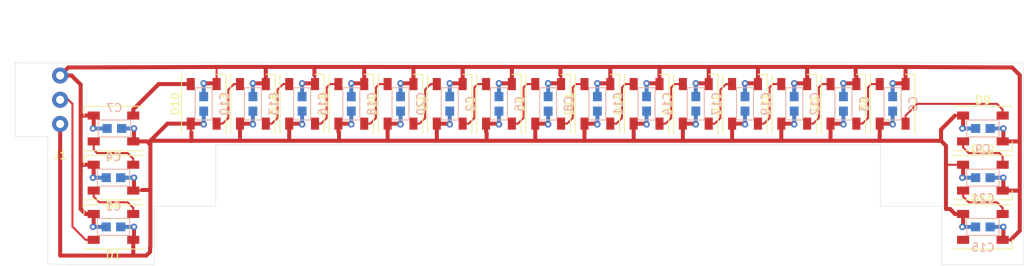
<source format=kicad_pcb>
(kicad_pcb (version 20171130) (host pcbnew "(5.1.5)-3")

  (general
    (thickness 1.6)
    (drawings 21)
    (tracks 408)
    (zones 0)
    (modules 48)
    (nets 25)
  )

  (page A4)
  (layers
    (0 F.Cu signal)
    (31 B.Cu signal)
    (32 B.Adhes user)
    (33 F.Adhes user)
    (34 B.Paste user)
    (35 F.Paste user)
    (36 B.SilkS user)
    (37 F.SilkS user)
    (38 B.Mask user)
    (39 F.Mask user)
    (40 Dwgs.User user)
    (41 Cmts.User user)
    (42 Eco1.User user)
    (43 Eco2.User user)
    (44 Edge.Cuts user)
    (45 Margin user)
    (46 B.CrtYd user)
    (47 F.CrtYd user)
    (48 B.Fab user)
    (49 F.Fab user)
  )

  (setup
    (last_trace_width 0.25)
    (trace_clearance 0.2)
    (zone_clearance 0.508)
    (zone_45_only no)
    (trace_min 0.2)
    (via_size 0.8)
    (via_drill 0.4)
    (via_min_size 0.4)
    (via_min_drill 0.3)
    (uvia_size 0.3)
    (uvia_drill 0.1)
    (uvias_allowed no)
    (uvia_min_size 0.2)
    (uvia_min_drill 0.1)
    (edge_width 0.05)
    (segment_width 0.2)
    (pcb_text_width 0.3)
    (pcb_text_size 1.5 1.5)
    (mod_edge_width 0.12)
    (mod_text_size 1 1)
    (mod_text_width 0.15)
    (pad_size 3.2 3.2)
    (pad_drill 3.2)
    (pad_to_mask_clearance 0.051)
    (solder_mask_min_width 0.25)
    (aux_axis_origin 0 0)
    (visible_elements FFFFFF7F)
    (pcbplotparams
      (layerselection 0x010fc_ffffffff)
      (usegerberextensions false)
      (usegerberattributes false)
      (usegerberadvancedattributes false)
      (creategerberjobfile false)
      (excludeedgelayer true)
      (linewidth 0.100000)
      (plotframeref false)
      (viasonmask false)
      (mode 1)
      (useauxorigin false)
      (hpglpennumber 1)
      (hpglpenspeed 20)
      (hpglpendiameter 15.000000)
      (psnegative false)
      (psa4output false)
      (plotreference true)
      (plotvalue true)
      (plotinvisibletext false)
      (padsonsilk false)
      (subtractmaskfromsilk false)
      (outputformat 1)
      (mirror false)
      (drillshape 1)
      (scaleselection 1)
      (outputdirectory ""))
  )

  (net 0 "")
  (net 1 GND)
  (net 2 PWR)
  (net 3 "Net-(D1-Pad4)")
  (net 4 "Net-(D1-Pad2)")
  (net 5 "Net-(D2-Pad4)")
  (net 6 "Net-(D2-Pad2)")
  (net 7 "Net-(D3-Pad4)")
  (net 8 "Net-(D21-Pad4)")
  (net 9 "Net-(D4-Pad4)")
  (net 10 "Net-(D5-Pad4)")
  (net 11 "Net-(D6-Pad4)")
  (net 12 "Net-(D10-Pad2)")
  (net 13 "Net-(D11-Pad2)")
  (net 14 "Net-(D12-Pad2)")
  (net 15 "Net-(D10-Pad4)")
  (net 16 "Net-(D11-Pad4)")
  (net 17 "Net-(D12-Pad4)")
  (net 18 "Net-(D13-Pad4)")
  (net 19 "Net-(D14-Pad4)")
  (net 20 "Net-(D15-Pad4)")
  (net 21 "Net-(D16-Pad4)")
  (net 22 "Net-(D17-Pad4)")
  (net 23 "Net-(D18-Pad4)")
  (net 24 "Net-(D19-Pad4)")

  (net_class Default "This is the default net class."
    (clearance 0.2)
    (trace_width 0.25)
    (via_dia 0.8)
    (via_drill 0.4)
    (uvia_dia 0.3)
    (uvia_drill 0.1)
    (add_net GND)
    (add_net "Net-(D1-Pad2)")
    (add_net "Net-(D1-Pad4)")
    (add_net "Net-(D10-Pad2)")
    (add_net "Net-(D10-Pad4)")
    (add_net "Net-(D11-Pad2)")
    (add_net "Net-(D11-Pad4)")
    (add_net "Net-(D12-Pad2)")
    (add_net "Net-(D12-Pad4)")
    (add_net "Net-(D13-Pad4)")
    (add_net "Net-(D14-Pad4)")
    (add_net "Net-(D15-Pad4)")
    (add_net "Net-(D16-Pad4)")
    (add_net "Net-(D17-Pad4)")
    (add_net "Net-(D18-Pad4)")
    (add_net "Net-(D19-Pad4)")
    (add_net "Net-(D2-Pad2)")
    (add_net "Net-(D2-Pad4)")
    (add_net "Net-(D21-Pad4)")
    (add_net "Net-(D3-Pad4)")
    (add_net "Net-(D4-Pad4)")
    (add_net "Net-(D5-Pad4)")
    (add_net "Net-(D6-Pad4)")
    (add_net PWR)
  )

  (module MountingHole:MountingHole_2.1mm (layer F.Cu) (tedit 5E2D9726) (tstamp 5E2E13A2)
    (at 155.956 76.826 90)
    (descr "Mounting Hole 2.1mm, no annular")
    (tags "mounting hole 2.1mm no annular")
    (attr virtual)
    (fp_text reference REF** (at 12.7 0 90) (layer F.Fab)
      (effects (font (size 1 1) (thickness 0.15)))
    )
    (fp_text value MountingHole_2.1mm (at 0 3.2 90) (layer F.Fab) hide
      (effects (font (size 1 1) (thickness 0.15)))
    )
    (fp_circle (center 0 0) (end 2.1 0) (layer Cmts.User) (width 0.15))
    (fp_circle (center 0 0) (end 2.35 0) (layer F.CrtYd) (width 0.05))
    (pad "" np_thru_hole circle (at -0.39 0 90) (size 3.2 3.2) (drill 3.2) (layers *.Cu *.Mask))
  )

  (module MountingHole:MountingHole_2.1mm (layer F.Cu) (tedit 5E2D9726) (tstamp 5E2E136E)
    (at 65.532 76.826 90)
    (descr "Mounting Hole 2.1mm, no annular")
    (tags "mounting hole 2.1mm no annular")
    (attr virtual)
    (fp_text reference REF** (at 12.7 0 90) (layer F.Fab)
      (effects (font (size 1 1) (thickness 0.15)))
    )
    (fp_text value MountingHole_2.1mm (at 0 3.2 90) (layer F.Fab) hide
      (effects (font (size 1 1) (thickness 0.15)))
    )
    (fp_circle (center 0 0) (end 2.35 0) (layer F.CrtYd) (width 0.05))
    (fp_circle (center 0 0) (end 2.1 0) (layer Cmts.User) (width 0.15))
    (pad "" np_thru_hole circle (at -0.39 0 90) (size 3.2 3.2) (drill 3.2) (layers *.Cu *.Mask))
  )

  (module MountingHole:MountingHole_2.1mm (layer F.Cu) (tedit 5E2D95C9) (tstamp 5E2DC5E0)
    (at 46.228 70.73 90)
    (descr "Mounting Hole 2.1mm, no annular")
    (tags "mounting hole 2.1mm no annular")
    (attr virtual)
    (fp_text reference REF** (at 12.7 0 90) (layer F.Fab)
      (effects (font (size 1 1) (thickness 0.15)))
    )
    (fp_text value MountingHole_2.1mm (at 0 3.2 90) (layer F.Fab) hide
      (effects (font (size 1 1) (thickness 0.15)))
    )
    (fp_circle (center 0 0) (end 2.1 0) (layer Cmts.User) (width 0.15))
    (fp_circle (center 0 0) (end 2.35 0) (layer F.CrtYd) (width 0.05))
    (pad "" np_thru_hole circle (at -0.39 0 90) (size 2.5 2.5) (drill 2.5) (layers *.Cu *.Mask))
  )

  (module MountingHole:MountingHole_2.1mm (layer F.Cu) (tedit 5E2D95BB) (tstamp 5E2DC5DA)
    (at 46.228 66.872 90)
    (descr "Mounting Hole 2.1mm, no annular")
    (tags "mounting hole 2.1mm no annular")
    (attr virtual)
    (fp_text reference REF** (at 8.89 -2.54 90) (layer F.Fab)
      (effects (font (size 1 1) (thickness 0.15)))
    )
    (fp_text value MountingHole_2.1mm (at 0 3.2 90) (layer F.Fab) hide
      (effects (font (size 1 1) (thickness 0.15)))
    )
    (fp_circle (center 0 0) (end 2.35 0) (layer F.CrtYd) (width 0.05))
    (fp_circle (center 0 0) (end 2.1 0) (layer Cmts.User) (width 0.15))
    (pad "" np_thru_hole circle (at -1.2 0 90) (size 2.5 2.5) (drill 2.5) (layers *.Cu *.Mask))
  )

  (module MountingHole:MountingHole_2.1mm (layer F.Cu) (tedit 5E2D95A3) (tstamp 5E2DC5D4)
    (at 46.228 64.284 90)
    (descr "Mounting Hole 2.1mm, no annular")
    (tags "mounting hole 2.1mm no annular")
    (attr virtual)
    (fp_text reference REF** (at 3.81 -3.81 90) (layer F.Fab) hide
      (effects (font (size 1 1) (thickness 0.15)))
    )
    (fp_text value MountingHole_2.1mm (at 0 3.2 90) (layer F.Fab) hide
      (effects (font (size 1 1) (thickness 0.15)))
    )
    (fp_circle (center 0 0) (end 2.35 0) (layer F.CrtYd) (width 0.05))
    (fp_circle (center 0 0) (end 2.1 0) (layer Cmts.User) (width 0.15))
    (pad "" np_thru_hole circle (at -0.74 0 90) (size 2.5 2.5) (drill 2.5) (layers *.Cu *.Mask))
  )

  (module steering_wheel_LEDs:C0603C105K8PACTU (layer B.Cu) (tedit 5DD18295) (tstamp 5E2DF50B)
    (at 164.592 83.82 180)
    (path /5E33749D)
    (fp_text reference C15 (at 0 -2.54) (layer B.SilkS)
      (effects (font (size 1 1) (thickness 0.15)) (justify mirror))
    )
    (fp_text value C (at 0 2.54) (layer B.Fab)
      (effects (font (size 1 1) (thickness 0.15)) (justify mirror))
    )
    (fp_line (start -2 1.05) (end 2 1.05) (layer B.SilkS) (width 0.12))
    (fp_line (start 2 -1.05) (end 2 1.05) (layer B.SilkS) (width 0.12))
    (fp_line (start 2 -1.05) (end -2 -1.05) (layer B.SilkS) (width 0.12))
    (fp_line (start -2 1.05) (end -2 -1.05) (layer B.SilkS) (width 0.12))
    (pad 1 smd rect (at -0.9 0 180) (size 1.15 1.1) (layers B.Cu B.Paste B.Mask)
      (net 1 GND))
    (pad 2 smd rect (at 0.9 0 180) (size 1.15 1.1) (layers B.Cu B.Paste B.Mask)
      (net 2 PWR))
  )

  (module steering_wheel_LEDs:C0603C105K8PACTU (layer B.Cu) (tedit 5DD18295) (tstamp 5E2DF47F)
    (at 56.896 83.82)
    (path /5E307BC4)
    (fp_text reference C1 (at 0 -2.54) (layer B.SilkS)
      (effects (font (size 1 1) (thickness 0.15)) (justify mirror))
    )
    (fp_text value C (at 0 2.54) (layer B.Fab)
      (effects (font (size 1 1) (thickness 0.15)) (justify mirror))
    )
    (fp_line (start -2 1.05) (end 2 1.05) (layer B.SilkS) (width 0.12))
    (fp_line (start 2 -1.05) (end 2 1.05) (layer B.SilkS) (width 0.12))
    (fp_line (start 2 -1.05) (end -2 -1.05) (layer B.SilkS) (width 0.12))
    (fp_line (start -2 1.05) (end -2 -1.05) (layer B.SilkS) (width 0.12))
    (pad 1 smd rect (at -0.9 0) (size 1.15 1.1) (layers B.Cu B.Paste B.Mask)
      (net 1 GND))
    (pad 2 smd rect (at 0.9 0) (size 1.15 1.1) (layers B.Cu B.Paste B.Mask)
      (net 2 PWR))
  )

  (module steering_wheel_LEDs:C0603C105K8PACTU (layer B.Cu) (tedit 5DD18295) (tstamp 5E2DF489)
    (at 98.552 68.58 270)
    (path /5E32BB17)
    (fp_text reference C2 (at 0 -2.54 270) (layer B.SilkS)
      (effects (font (size 1 1) (thickness 0.15)) (justify mirror))
    )
    (fp_text value C (at 0 2.54 270) (layer B.Fab)
      (effects (font (size 1 1) (thickness 0.15)) (justify mirror))
    )
    (fp_line (start -2 1.05) (end -2 -1.05) (layer B.SilkS) (width 0.12))
    (fp_line (start 2 -1.05) (end -2 -1.05) (layer B.SilkS) (width 0.12))
    (fp_line (start 2 -1.05) (end 2 1.05) (layer B.SilkS) (width 0.12))
    (fp_line (start -2 1.05) (end 2 1.05) (layer B.SilkS) (width 0.12))
    (pad 2 smd rect (at 0.9 0 270) (size 1.15 1.1) (layers B.Cu B.Paste B.Mask)
      (net 2 PWR))
    (pad 1 smd rect (at -0.9 0 270) (size 1.15 1.1) (layers B.Cu B.Paste B.Mask)
      (net 1 GND))
  )

  (module steering_wheel_LEDs:C0603C105K8PACTU (layer B.Cu) (tedit 5DD18295) (tstamp 5E2DF493)
    (at 147.32 68.58 270)
    (path /5E3344FF)
    (fp_text reference C3 (at 0 -2.54 270) (layer B.SilkS)
      (effects (font (size 1 1) (thickness 0.15)) (justify mirror))
    )
    (fp_text value C (at 0 2.54 270) (layer B.Fab)
      (effects (font (size 1 1) (thickness 0.15)) (justify mirror))
    )
    (fp_line (start -2 1.05) (end 2 1.05) (layer B.SilkS) (width 0.12))
    (fp_line (start 2 -1.05) (end 2 1.05) (layer B.SilkS) (width 0.12))
    (fp_line (start 2 -1.05) (end -2 -1.05) (layer B.SilkS) (width 0.12))
    (fp_line (start -2 1.05) (end -2 -1.05) (layer B.SilkS) (width 0.12))
    (pad 1 smd rect (at -0.9 0 270) (size 1.15 1.1) (layers B.Cu B.Paste B.Mask)
      (net 1 GND))
    (pad 2 smd rect (at 0.9 0 270) (size 1.15 1.1) (layers B.Cu B.Paste B.Mask)
      (net 2 PWR))
  )

  (module steering_wheel_LEDs:C0603C105K8PACTU (layer B.Cu) (tedit 5DD18295) (tstamp 5E2DF49D)
    (at 56.896 77.724)
    (path /5E30D975)
    (fp_text reference C4 (at 0 -2.54) (layer B.SilkS)
      (effects (font (size 1 1) (thickness 0.15)) (justify mirror))
    )
    (fp_text value C (at 0 2.54) (layer B.Fab)
      (effects (font (size 1 1) (thickness 0.15)) (justify mirror))
    )
    (fp_line (start -2 1.05) (end -2 -1.05) (layer B.SilkS) (width 0.12))
    (fp_line (start 2 -1.05) (end -2 -1.05) (layer B.SilkS) (width 0.12))
    (fp_line (start 2 -1.05) (end 2 1.05) (layer B.SilkS) (width 0.12))
    (fp_line (start -2 1.05) (end 2 1.05) (layer B.SilkS) (width 0.12))
    (pad 2 smd rect (at 0.9 0) (size 1.15 1.1) (layers B.Cu B.Paste B.Mask)
      (net 2 PWR))
    (pad 1 smd rect (at -0.9 0) (size 1.15 1.1) (layers B.Cu B.Paste B.Mask)
      (net 1 GND))
  )

  (module steering_wheel_LEDs:C0603C105K8PACTU (layer B.Cu) (tedit 5DD18295) (tstamp 5E2DF4A7)
    (at 104.648 68.58 270)
    (path /5E32BB20)
    (fp_text reference C5 (at 0 -2.54 270) (layer B.SilkS)
      (effects (font (size 1 1) (thickness 0.15)) (justify mirror))
    )
    (fp_text value C (at 0 2.54 270) (layer B.Fab)
      (effects (font (size 1 1) (thickness 0.15)) (justify mirror))
    )
    (fp_line (start -2 1.05) (end 2 1.05) (layer B.SilkS) (width 0.12))
    (fp_line (start 2 -1.05) (end 2 1.05) (layer B.SilkS) (width 0.12))
    (fp_line (start 2 -1.05) (end -2 -1.05) (layer B.SilkS) (width 0.12))
    (fp_line (start -2 1.05) (end -2 -1.05) (layer B.SilkS) (width 0.12))
    (pad 1 smd rect (at -0.9 0 270) (size 1.15 1.1) (layers B.Cu B.Paste B.Mask)
      (net 1 GND))
    (pad 2 smd rect (at 0.9 0 270) (size 1.15 1.1) (layers B.Cu B.Paste B.Mask)
      (net 2 PWR))
  )

  (module steering_wheel_LEDs:C0603C105K8PACTU (layer B.Cu) (tedit 5DD18295) (tstamp 5E2DF4B1)
    (at 153.416 68.58 270)
    (path /5E335033)
    (fp_text reference C6 (at 0 -2.54 270) (layer B.SilkS)
      (effects (font (size 1 1) (thickness 0.15)) (justify mirror))
    )
    (fp_text value C (at 0 2.54 270) (layer B.Fab)
      (effects (font (size 1 1) (thickness 0.15)) (justify mirror))
    )
    (fp_line (start -2 1.05) (end -2 -1.05) (layer B.SilkS) (width 0.12))
    (fp_line (start 2 -1.05) (end -2 -1.05) (layer B.SilkS) (width 0.12))
    (fp_line (start 2 -1.05) (end 2 1.05) (layer B.SilkS) (width 0.12))
    (fp_line (start -2 1.05) (end 2 1.05) (layer B.SilkS) (width 0.12))
    (pad 2 smd rect (at 0.9 0 270) (size 1.15 1.1) (layers B.Cu B.Paste B.Mask)
      (net 2 PWR))
    (pad 1 smd rect (at -0.9 0 270) (size 1.15 1.1) (layers B.Cu B.Paste B.Mask)
      (net 1 GND))
  )

  (module steering_wheel_LEDs:C0603C105K8PACTU (layer B.Cu) (tedit 5DD18295) (tstamp 5E2DF4BB)
    (at 57.012 71.628)
    (path /5E30E31D)
    (fp_text reference C7 (at 0 -2.54) (layer B.SilkS)
      (effects (font (size 1 1) (thickness 0.15)) (justify mirror))
    )
    (fp_text value C (at 0 2.54) (layer B.Fab)
      (effects (font (size 1 1) (thickness 0.15)) (justify mirror))
    )
    (fp_line (start -2 1.05) (end 2 1.05) (layer B.SilkS) (width 0.12))
    (fp_line (start 2 -1.05) (end 2 1.05) (layer B.SilkS) (width 0.12))
    (fp_line (start 2 -1.05) (end -2 -1.05) (layer B.SilkS) (width 0.12))
    (fp_line (start -2 1.05) (end -2 -1.05) (layer B.SilkS) (width 0.12))
    (pad 1 smd rect (at -0.9 0) (size 1.15 1.1) (layers B.Cu B.Paste B.Mask)
      (net 1 GND))
    (pad 2 smd rect (at 0.9 0) (size 1.15 1.1) (layers B.Cu B.Paste B.Mask)
      (net 2 PWR))
  )

  (module steering_wheel_LEDs:C0603C105K8PACTU (layer B.Cu) (tedit 5DD18295) (tstamp 5E2DF4C5)
    (at 110.744 68.58 270)
    (path /5E32BB29)
    (fp_text reference C8 (at 0 -2.54 270) (layer B.SilkS)
      (effects (font (size 1 1) (thickness 0.15)) (justify mirror))
    )
    (fp_text value C (at 0 2.54 270) (layer B.Fab)
      (effects (font (size 1 1) (thickness 0.15)) (justify mirror))
    )
    (fp_line (start -2 1.05) (end -2 -1.05) (layer B.SilkS) (width 0.12))
    (fp_line (start 2 -1.05) (end -2 -1.05) (layer B.SilkS) (width 0.12))
    (fp_line (start 2 -1.05) (end 2 1.05) (layer B.SilkS) (width 0.12))
    (fp_line (start -2 1.05) (end 2 1.05) (layer B.SilkS) (width 0.12))
    (pad 2 smd rect (at 0.9 0 270) (size 1.15 1.1) (layers B.Cu B.Paste B.Mask)
      (net 2 PWR))
    (pad 1 smd rect (at -0.9 0 270) (size 1.15 1.1) (layers B.Cu B.Paste B.Mask)
      (net 1 GND))
  )

  (module steering_wheel_LEDs:C0603C105K8PACTU (layer B.Cu) (tedit 5DD18295) (tstamp 5E2DF4CF)
    (at 164.592 71.628 180)
    (path /5E335B62)
    (fp_text reference C9 (at 0 -2.54) (layer B.SilkS)
      (effects (font (size 1 1) (thickness 0.15)) (justify mirror))
    )
    (fp_text value C (at 0 2.54) (layer B.Fab)
      (effects (font (size 1 1) (thickness 0.15)) (justify mirror))
    )
    (fp_line (start -2 1.05) (end 2 1.05) (layer B.SilkS) (width 0.12))
    (fp_line (start 2 -1.05) (end 2 1.05) (layer B.SilkS) (width 0.12))
    (fp_line (start 2 -1.05) (end -2 -1.05) (layer B.SilkS) (width 0.12))
    (fp_line (start -2 1.05) (end -2 -1.05) (layer B.SilkS) (width 0.12))
    (pad 1 smd rect (at -0.9 0 180) (size 1.15 1.1) (layers B.Cu B.Paste B.Mask)
      (net 1 GND))
    (pad 2 smd rect (at 0.9 0 180) (size 1.15 1.1) (layers B.Cu B.Paste B.Mask)
      (net 2 PWR))
  )

  (module steering_wheel_LEDs:C0603C105K8PACTU (layer B.Cu) (tedit 5DD18295) (tstamp 5E2DF4D9)
    (at 68.072 68.58 270)
    (path /5E30ECBB)
    (fp_text reference C10 (at 0 -2.54 90) (layer B.SilkS)
      (effects (font (size 1 1) (thickness 0.15)) (justify mirror))
    )
    (fp_text value C (at 0 2.54 90) (layer B.Fab)
      (effects (font (size 1 1) (thickness 0.15)) (justify mirror))
    )
    (fp_line (start -2 1.05) (end -2 -1.05) (layer B.SilkS) (width 0.12))
    (fp_line (start 2 -1.05) (end -2 -1.05) (layer B.SilkS) (width 0.12))
    (fp_line (start 2 -1.05) (end 2 1.05) (layer B.SilkS) (width 0.12))
    (fp_line (start -2 1.05) (end 2 1.05) (layer B.SilkS) (width 0.12))
    (pad 2 smd rect (at 0.9 0 270) (size 1.15 1.1) (layers B.Cu B.Paste B.Mask)
      (net 2 PWR))
    (pad 1 smd rect (at -0.9 0 270) (size 1.15 1.1) (layers B.Cu B.Paste B.Mask)
      (net 1 GND))
  )

  (module steering_wheel_LEDs:C0603C105K8PACTU (layer B.Cu) (tedit 5DD18295) (tstamp 5E2DF4E3)
    (at 116.84 68.58 270)
    (path /5E32BB32)
    (fp_text reference C11 (at 0 -2.54 270) (layer B.SilkS)
      (effects (font (size 1 1) (thickness 0.15)) (justify mirror))
    )
    (fp_text value C (at 0 2.54 270) (layer B.Fab)
      (effects (font (size 1 1) (thickness 0.15)) (justify mirror))
    )
    (fp_line (start -2 1.05) (end 2 1.05) (layer B.SilkS) (width 0.12))
    (fp_line (start 2 -1.05) (end 2 1.05) (layer B.SilkS) (width 0.12))
    (fp_line (start 2 -1.05) (end -2 -1.05) (layer B.SilkS) (width 0.12))
    (fp_line (start -2 1.05) (end -2 -1.05) (layer B.SilkS) (width 0.12))
    (pad 1 smd rect (at -0.9 0 270) (size 1.15 1.1) (layers B.Cu B.Paste B.Mask)
      (net 1 GND))
    (pad 2 smd rect (at 0.9 0 270) (size 1.15 1.1) (layers B.Cu B.Paste B.Mask)
      (net 2 PWR))
  )

  (module steering_wheel_LEDs:C0603C105K8PACTU (layer B.Cu) (tedit 5DD18295) (tstamp 5E2DF4ED)
    (at 141.224 68.58 270)
    (path /5E336961)
    (fp_text reference C12 (at 0 -2.54 270) (layer B.SilkS)
      (effects (font (size 1 1) (thickness 0.15)) (justify mirror))
    )
    (fp_text value C (at 0 2.54 270) (layer B.Fab)
      (effects (font (size 1 1) (thickness 0.15)) (justify mirror))
    )
    (fp_line (start -2 1.05) (end -2 -1.05) (layer B.SilkS) (width 0.12))
    (fp_line (start 2 -1.05) (end -2 -1.05) (layer B.SilkS) (width 0.12))
    (fp_line (start 2 -1.05) (end 2 1.05) (layer B.SilkS) (width 0.12))
    (fp_line (start -2 1.05) (end 2 1.05) (layer B.SilkS) (width 0.12))
    (pad 2 smd rect (at 0.9 0 270) (size 1.15 1.1) (layers B.Cu B.Paste B.Mask)
      (net 2 PWR))
    (pad 1 smd rect (at -0.9 0 270) (size 1.15 1.1) (layers B.Cu B.Paste B.Mask)
      (net 1 GND))
  )

  (module steering_wheel_LEDs:C0603C105K8PACTU (layer B.Cu) (tedit 5DD18295) (tstamp 5E2DF4F7)
    (at 74.168 68.58 270)
    (path /5E30F724)
    (fp_text reference C13 (at 0 -2.54 270) (layer B.SilkS)
      (effects (font (size 1 1) (thickness 0.15)) (justify mirror))
    )
    (fp_text value C (at 0 2.54 270) (layer B.Fab)
      (effects (font (size 1 1) (thickness 0.15)) (justify mirror))
    )
    (fp_line (start -2 1.05) (end 2 1.05) (layer B.SilkS) (width 0.12))
    (fp_line (start 2 -1.05) (end 2 1.05) (layer B.SilkS) (width 0.12))
    (fp_line (start 2 -1.05) (end -2 -1.05) (layer B.SilkS) (width 0.12))
    (fp_line (start -2 1.05) (end -2 -1.05) (layer B.SilkS) (width 0.12))
    (pad 1 smd rect (at -0.9 0 270) (size 1.15 1.1) (layers B.Cu B.Paste B.Mask)
      (net 1 GND))
    (pad 2 smd rect (at 0.9 0 270) (size 1.15 1.1) (layers B.Cu B.Paste B.Mask)
      (net 2 PWR))
  )

  (module steering_wheel_LEDs:C0603C105K8PACTU (layer B.Cu) (tedit 5DD18295) (tstamp 5E2DF501)
    (at 122.936 68.58 270)
    (path /5E32BB3B)
    (fp_text reference C14 (at 0 -2.54 270) (layer B.SilkS)
      (effects (font (size 1 1) (thickness 0.15)) (justify mirror))
    )
    (fp_text value C (at 0 2.54 270) (layer B.Fab)
      (effects (font (size 1 1) (thickness 0.15)) (justify mirror))
    )
    (fp_line (start -2 1.05) (end 2 1.05) (layer B.SilkS) (width 0.12))
    (fp_line (start 2 -1.05) (end 2 1.05) (layer B.SilkS) (width 0.12))
    (fp_line (start 2 -1.05) (end -2 -1.05) (layer B.SilkS) (width 0.12))
    (fp_line (start -2 1.05) (end -2 -1.05) (layer B.SilkS) (width 0.12))
    (pad 1 smd rect (at -0.9 0 270) (size 1.15 1.1) (layers B.Cu B.Paste B.Mask)
      (net 1 GND))
    (pad 2 smd rect (at 0.9 0 270) (size 1.15 1.1) (layers B.Cu B.Paste B.Mask)
      (net 2 PWR))
  )

  (module steering_wheel_LEDs:C0603C105K8PACTU (layer B.Cu) (tedit 5DD18295) (tstamp 5E2DF515)
    (at 80.264 68.58 270)
    (path /5E310011)
    (fp_text reference C16 (at 0 -2.54 270) (layer B.SilkS)
      (effects (font (size 1 1) (thickness 0.15)) (justify mirror))
    )
    (fp_text value C (at 0 2.54 270) (layer B.Fab)
      (effects (font (size 1 1) (thickness 0.15)) (justify mirror))
    )
    (fp_line (start -2 1.05) (end -2 -1.05) (layer B.SilkS) (width 0.12))
    (fp_line (start 2 -1.05) (end -2 -1.05) (layer B.SilkS) (width 0.12))
    (fp_line (start 2 -1.05) (end 2 1.05) (layer B.SilkS) (width 0.12))
    (fp_line (start -2 1.05) (end 2 1.05) (layer B.SilkS) (width 0.12))
    (pad 2 smd rect (at 0.9 0 270) (size 1.15 1.1) (layers B.Cu B.Paste B.Mask)
      (net 2 PWR))
    (pad 1 smd rect (at -0.9 0 270) (size 1.15 1.1) (layers B.Cu B.Paste B.Mask)
      (net 1 GND))
  )

  (module steering_wheel_LEDs:C0603C105K8PACTU (layer B.Cu) (tedit 5DD18295) (tstamp 5E2DF51F)
    (at 129.032 68.58 270)
    (path /5E32BB44)
    (fp_text reference C17 (at 0 -2.54 270) (layer B.SilkS)
      (effects (font (size 1 1) (thickness 0.15)) (justify mirror))
    )
    (fp_text value C (at 0 2.54 270) (layer B.Fab)
      (effects (font (size 1 1) (thickness 0.15)) (justify mirror))
    )
    (fp_line (start -2 1.05) (end -2 -1.05) (layer B.SilkS) (width 0.12))
    (fp_line (start 2 -1.05) (end -2 -1.05) (layer B.SilkS) (width 0.12))
    (fp_line (start 2 -1.05) (end 2 1.05) (layer B.SilkS) (width 0.12))
    (fp_line (start -2 1.05) (end 2 1.05) (layer B.SilkS) (width 0.12))
    (pad 2 smd rect (at 0.9 0 270) (size 1.15 1.1) (layers B.Cu B.Paste B.Mask)
      (net 2 PWR))
    (pad 1 smd rect (at -0.9 0 270) (size 1.15 1.1) (layers B.Cu B.Paste B.Mask)
      (net 1 GND))
  )

  (module steering_wheel_LEDs:C0603C105K8PACTU (layer B.Cu) (tedit 5DD18295) (tstamp 5E2DF529)
    (at 86.36 68.58 270)
    (path /5E310927)
    (fp_text reference C18 (at 0 -2.54 270) (layer B.SilkS)
      (effects (font (size 1 1) (thickness 0.15)) (justify mirror))
    )
    (fp_text value C (at 0 2.54 270) (layer B.Fab)
      (effects (font (size 1 1) (thickness 0.15)) (justify mirror))
    )
    (fp_line (start -2 1.05) (end -2 -1.05) (layer B.SilkS) (width 0.12))
    (fp_line (start 2 -1.05) (end -2 -1.05) (layer B.SilkS) (width 0.12))
    (fp_line (start 2 -1.05) (end 2 1.05) (layer B.SilkS) (width 0.12))
    (fp_line (start -2 1.05) (end 2 1.05) (layer B.SilkS) (width 0.12))
    (pad 2 smd rect (at 0.9 0 270) (size 1.15 1.1) (layers B.Cu B.Paste B.Mask)
      (net 2 PWR))
    (pad 1 smd rect (at -0.9 0 270) (size 1.15 1.1) (layers B.Cu B.Paste B.Mask)
      (net 1 GND))
  )

  (module steering_wheel_LEDs:C0603C105K8PACTU (layer B.Cu) (tedit 5DD18295) (tstamp 5E2DF533)
    (at 135.128 68.58 270)
    (path /5E32BB4D)
    (fp_text reference C19 (at 0 -2.54 270) (layer B.SilkS)
      (effects (font (size 1 1) (thickness 0.15)) (justify mirror))
    )
    (fp_text value C (at 0 2.54 270) (layer B.Fab)
      (effects (font (size 1 1) (thickness 0.15)) (justify mirror))
    )
    (fp_line (start -2 1.05) (end 2 1.05) (layer B.SilkS) (width 0.12))
    (fp_line (start 2 -1.05) (end 2 1.05) (layer B.SilkS) (width 0.12))
    (fp_line (start 2 -1.05) (end -2 -1.05) (layer B.SilkS) (width 0.12))
    (fp_line (start -2 1.05) (end -2 -1.05) (layer B.SilkS) (width 0.12))
    (pad 1 smd rect (at -0.9 0 270) (size 1.15 1.1) (layers B.Cu B.Paste B.Mask)
      (net 1 GND))
    (pad 2 smd rect (at 0.9 0 270) (size 1.15 1.1) (layers B.Cu B.Paste B.Mask)
      (net 2 PWR))
  )

  (module steering_wheel_LEDs:C0603C105K8PACTU (layer B.Cu) (tedit 5DD18295) (tstamp 5E2DF53D)
    (at 92.456 68.58 270)
    (path /5E32D81B)
    (fp_text reference C20 (at 0 -2.54 270) (layer B.SilkS)
      (effects (font (size 1 1) (thickness 0.15)) (justify mirror))
    )
    (fp_text value C (at 0 2.54 270) (layer B.Fab)
      (effects (font (size 1 1) (thickness 0.15)) (justify mirror))
    )
    (fp_line (start -2 1.05) (end 2 1.05) (layer B.SilkS) (width 0.12))
    (fp_line (start 2 -1.05) (end 2 1.05) (layer B.SilkS) (width 0.12))
    (fp_line (start 2 -1.05) (end -2 -1.05) (layer B.SilkS) (width 0.12))
    (fp_line (start -2 1.05) (end -2 -1.05) (layer B.SilkS) (width 0.12))
    (pad 1 smd rect (at -0.9 0 270) (size 1.15 1.1) (layers B.Cu B.Paste B.Mask)
      (net 1 GND))
    (pad 2 smd rect (at 0.9 0 270) (size 1.15 1.1) (layers B.Cu B.Paste B.Mask)
      (net 2 PWR))
  )

  (module steering_wheel_LEDs:C0603C105K8PACTU (layer B.Cu) (tedit 5DD18295) (tstamp 5E2DF547)
    (at 164.592 77.724 180)
    (path /5E32EF7E)
    (fp_text reference C21 (at 0 -2.54) (layer B.SilkS)
      (effects (font (size 1 1) (thickness 0.15)) (justify mirror))
    )
    (fp_text value C (at 0 2.54) (layer B.Fab)
      (effects (font (size 1 1) (thickness 0.15)) (justify mirror))
    )
    (fp_line (start -2 1.05) (end -2 -1.05) (layer B.SilkS) (width 0.12))
    (fp_line (start 2 -1.05) (end -2 -1.05) (layer B.SilkS) (width 0.12))
    (fp_line (start 2 -1.05) (end 2 1.05) (layer B.SilkS) (width 0.12))
    (fp_line (start -2 1.05) (end 2 1.05) (layer B.SilkS) (width 0.12))
    (pad 2 smd rect (at 0.9 0 180) (size 1.15 1.1) (layers B.Cu B.Paste B.Mask)
      (net 2 PWR))
    (pad 1 smd rect (at -0.9 0 180) (size 1.15 1.1) (layers B.Cu B.Paste B.Mask)
      (net 1 GND))
  )

  (module LED_SMD:LED_SK6812_PLCC4_5.0x5.0mm_P3.2mm (layer F.Cu) (tedit 5AA4B263) (tstamp 5E2DF55D)
    (at 56.896 83.82 180)
    (descr https://cdn-shop.adafruit.com/product-files/1138/SK6812+LED+datasheet+.pdf)
    (tags "LED RGB NeoPixel")
    (path /5E2E3051)
    (attr smd)
    (fp_text reference D1 (at 0 -3.5) (layer F.SilkS)
      (effects (font (size 1 1) (thickness 0.15)))
    )
    (fp_text value SK6812 (at 0 4) (layer F.Fab)
      (effects (font (size 1 1) (thickness 0.15)))
    )
    (fp_circle (center 0 0) (end 0 -2) (layer F.Fab) (width 0.1))
    (fp_line (start 3.65 2.75) (end 3.65 1.6) (layer F.SilkS) (width 0.12))
    (fp_line (start -3.65 2.75) (end 3.65 2.75) (layer F.SilkS) (width 0.12))
    (fp_line (start -3.65 -2.75) (end 3.65 -2.75) (layer F.SilkS) (width 0.12))
    (fp_line (start 2.5 -2.5) (end -2.5 -2.5) (layer F.Fab) (width 0.1))
    (fp_line (start 2.5 2.5) (end 2.5 -2.5) (layer F.Fab) (width 0.1))
    (fp_line (start -2.5 2.5) (end 2.5 2.5) (layer F.Fab) (width 0.1))
    (fp_line (start -2.5 -2.5) (end -2.5 2.5) (layer F.Fab) (width 0.1))
    (fp_line (start 2.5 1.5) (end 1.5 2.5) (layer F.Fab) (width 0.1))
    (fp_line (start -3.45 -2.75) (end -3.45 2.75) (layer F.CrtYd) (width 0.05))
    (fp_line (start -3.45 2.75) (end 3.45 2.75) (layer F.CrtYd) (width 0.05))
    (fp_line (start 3.45 2.75) (end 3.45 -2.75) (layer F.CrtYd) (width 0.05))
    (fp_line (start 3.45 -2.75) (end -3.45 -2.75) (layer F.CrtYd) (width 0.05))
    (fp_text user %R (at 0 0) (layer F.Fab)
      (effects (font (size 0.8 0.8) (thickness 0.15)))
    )
    (pad 3 smd rect (at -2.45 -1.6 180) (size 1.5 1) (layers F.Cu F.Paste F.Mask)
      (net 2 PWR))
    (pad 4 smd rect (at -2.45 1.6 180) (size 1.5 1) (layers F.Cu F.Paste F.Mask)
      (net 3 "Net-(D1-Pad4)"))
    (pad 2 smd rect (at 2.45 -1.6 180) (size 1.5 1) (layers F.Cu F.Paste F.Mask)
      (net 4 "Net-(D1-Pad2)"))
    (pad 1 smd rect (at 2.45 1.6 180) (size 1.5 1) (layers F.Cu F.Paste F.Mask)
      (net 1 GND))
    (model ${KISYS3DMOD}/LED_SMD.3dshapes/LED_SK6812_PLCC4_5.0x5.0mm_P3.2mm.wrl
      (at (xyz 0 0 0))
      (scale (xyz 1 1 1))
      (rotate (xyz 0 0 0))
    )
  )

  (module LED_SMD:LED_SK6812_PLCC4_5.0x5.0mm_P3.2mm (layer F.Cu) (tedit 5AA4B263) (tstamp 5E2DF573)
    (at 98.552 68.58 90)
    (descr https://cdn-shop.adafruit.com/product-files/1138/SK6812+LED+datasheet+.pdf)
    (tags "LED RGB NeoPixel")
    (path /5E2FBE5A)
    (attr smd)
    (fp_text reference D2 (at 0 -3.5 90) (layer F.SilkS)
      (effects (font (size 1 1) (thickness 0.15)))
    )
    (fp_text value SK6812 (at 0 4 90) (layer F.Fab)
      (effects (font (size 1 1) (thickness 0.15)))
    )
    (fp_circle (center 0 0) (end 0 -2) (layer F.Fab) (width 0.1))
    (fp_line (start 3.65 2.75) (end 3.65 1.6) (layer F.SilkS) (width 0.12))
    (fp_line (start -3.65 2.75) (end 3.65 2.75) (layer F.SilkS) (width 0.12))
    (fp_line (start -3.65 -2.75) (end 3.65 -2.75) (layer F.SilkS) (width 0.12))
    (fp_line (start 2.5 -2.5) (end -2.5 -2.5) (layer F.Fab) (width 0.1))
    (fp_line (start 2.5 2.5) (end 2.5 -2.5) (layer F.Fab) (width 0.1))
    (fp_line (start -2.5 2.5) (end 2.5 2.5) (layer F.Fab) (width 0.1))
    (fp_line (start -2.5 -2.5) (end -2.5 2.5) (layer F.Fab) (width 0.1))
    (fp_line (start 2.5 1.5) (end 1.5 2.5) (layer F.Fab) (width 0.1))
    (fp_line (start -3.45 -2.75) (end -3.45 2.75) (layer F.CrtYd) (width 0.05))
    (fp_line (start -3.45 2.75) (end 3.45 2.75) (layer F.CrtYd) (width 0.05))
    (fp_line (start 3.45 2.75) (end 3.45 -2.75) (layer F.CrtYd) (width 0.05))
    (fp_line (start 3.45 -2.75) (end -3.45 -2.75) (layer F.CrtYd) (width 0.05))
    (fp_text user %R (at 0 0 90) (layer F.Fab)
      (effects (font (size 0.8 0.8) (thickness 0.15)))
    )
    (pad 3 smd rect (at -2.45 -1.6 90) (size 1.5 1) (layers F.Cu F.Paste F.Mask)
      (net 2 PWR))
    (pad 4 smd rect (at -2.45 1.6 90) (size 1.5 1) (layers F.Cu F.Paste F.Mask)
      (net 5 "Net-(D2-Pad4)"))
    (pad 2 smd rect (at 2.45 -1.6 90) (size 1.5 1) (layers F.Cu F.Paste F.Mask)
      (net 6 "Net-(D2-Pad2)"))
    (pad 1 smd rect (at 2.45 1.6 90) (size 1.5 1) (layers F.Cu F.Paste F.Mask)
      (net 1 GND))
    (model ${KISYS3DMOD}/LED_SMD.3dshapes/LED_SK6812_PLCC4_5.0x5.0mm_P3.2mm.wrl
      (at (xyz 0 0 0))
      (scale (xyz 1 1 1))
      (rotate (xyz 0 0 0))
    )
  )

  (module LED_SMD:LED_SK6812_PLCC4_5.0x5.0mm_P3.2mm (layer F.Cu) (tedit 5AA4B263) (tstamp 5E2DF589)
    (at 147.32 68.58 90)
    (descr https://cdn-shop.adafruit.com/product-files/1138/SK6812+LED+datasheet+.pdf)
    (tags "LED RGB NeoPixel")
    (path /5E2ED3F2)
    (attr smd)
    (fp_text reference D3 (at 0 -3.5 90) (layer F.SilkS)
      (effects (font (size 1 1) (thickness 0.15)))
    )
    (fp_text value SK6812 (at 0 4 90) (layer F.Fab)
      (effects (font (size 1 1) (thickness 0.15)))
    )
    (fp_circle (center 0 0) (end 0 -2) (layer F.Fab) (width 0.1))
    (fp_line (start 3.65 2.75) (end 3.65 1.6) (layer F.SilkS) (width 0.12))
    (fp_line (start -3.65 2.75) (end 3.65 2.75) (layer F.SilkS) (width 0.12))
    (fp_line (start -3.65 -2.75) (end 3.65 -2.75) (layer F.SilkS) (width 0.12))
    (fp_line (start 2.5 -2.5) (end -2.5 -2.5) (layer F.Fab) (width 0.1))
    (fp_line (start 2.5 2.5) (end 2.5 -2.5) (layer F.Fab) (width 0.1))
    (fp_line (start -2.5 2.5) (end 2.5 2.5) (layer F.Fab) (width 0.1))
    (fp_line (start -2.5 -2.5) (end -2.5 2.5) (layer F.Fab) (width 0.1))
    (fp_line (start 2.5 1.5) (end 1.5 2.5) (layer F.Fab) (width 0.1))
    (fp_line (start -3.45 -2.75) (end -3.45 2.75) (layer F.CrtYd) (width 0.05))
    (fp_line (start -3.45 2.75) (end 3.45 2.75) (layer F.CrtYd) (width 0.05))
    (fp_line (start 3.45 2.75) (end 3.45 -2.75) (layer F.CrtYd) (width 0.05))
    (fp_line (start 3.45 -2.75) (end -3.45 -2.75) (layer F.CrtYd) (width 0.05))
    (fp_text user %R (at 0 0 90) (layer F.Fab)
      (effects (font (size 0.8 0.8) (thickness 0.15)))
    )
    (pad 3 smd rect (at -2.45 -1.6 90) (size 1.5 1) (layers F.Cu F.Paste F.Mask)
      (net 2 PWR))
    (pad 4 smd rect (at -2.45 1.6 90) (size 1.5 1) (layers F.Cu F.Paste F.Mask)
      (net 7 "Net-(D3-Pad4)"))
    (pad 2 smd rect (at 2.45 -1.6 90) (size 1.5 1) (layers F.Cu F.Paste F.Mask)
      (net 8 "Net-(D21-Pad4)"))
    (pad 1 smd rect (at 2.45 1.6 90) (size 1.5 1) (layers F.Cu F.Paste F.Mask)
      (net 1 GND))
    (model ${KISYS3DMOD}/LED_SMD.3dshapes/LED_SK6812_PLCC4_5.0x5.0mm_P3.2mm.wrl
      (at (xyz 0 0 0))
      (scale (xyz 1 1 1))
      (rotate (xyz 0 0 0))
    )
  )

  (module LED_SMD:LED_SK6812_PLCC4_5.0x5.0mm_P3.2mm (layer F.Cu) (tedit 5AA4B263) (tstamp 5E2DF59F)
    (at 56.896 77.724 180)
    (descr https://cdn-shop.adafruit.com/product-files/1138/SK6812+LED+datasheet+.pdf)
    (tags "LED RGB NeoPixel")
    (path /5E2E3160)
    (attr smd)
    (fp_text reference D4 (at 0 -3.5) (layer F.SilkS)
      (effects (font (size 1 1) (thickness 0.15)))
    )
    (fp_text value SK6812 (at 0 4) (layer F.Fab)
      (effects (font (size 1 1) (thickness 0.15)))
    )
    (fp_text user %R (at 0 0) (layer F.Fab)
      (effects (font (size 0.8 0.8) (thickness 0.15)))
    )
    (fp_line (start 3.45 -2.75) (end -3.45 -2.75) (layer F.CrtYd) (width 0.05))
    (fp_line (start 3.45 2.75) (end 3.45 -2.75) (layer F.CrtYd) (width 0.05))
    (fp_line (start -3.45 2.75) (end 3.45 2.75) (layer F.CrtYd) (width 0.05))
    (fp_line (start -3.45 -2.75) (end -3.45 2.75) (layer F.CrtYd) (width 0.05))
    (fp_line (start 2.5 1.5) (end 1.5 2.5) (layer F.Fab) (width 0.1))
    (fp_line (start -2.5 -2.5) (end -2.5 2.5) (layer F.Fab) (width 0.1))
    (fp_line (start -2.5 2.5) (end 2.5 2.5) (layer F.Fab) (width 0.1))
    (fp_line (start 2.5 2.5) (end 2.5 -2.5) (layer F.Fab) (width 0.1))
    (fp_line (start 2.5 -2.5) (end -2.5 -2.5) (layer F.Fab) (width 0.1))
    (fp_line (start -3.65 -2.75) (end 3.65 -2.75) (layer F.SilkS) (width 0.12))
    (fp_line (start -3.65 2.75) (end 3.65 2.75) (layer F.SilkS) (width 0.12))
    (fp_line (start 3.65 2.75) (end 3.65 1.6) (layer F.SilkS) (width 0.12))
    (fp_circle (center 0 0) (end 0 -2) (layer F.Fab) (width 0.1))
    (pad 1 smd rect (at 2.45 1.6 180) (size 1.5 1) (layers F.Cu F.Paste F.Mask)
      (net 1 GND))
    (pad 2 smd rect (at 2.45 -1.6 180) (size 1.5 1) (layers F.Cu F.Paste F.Mask)
      (net 3 "Net-(D1-Pad4)"))
    (pad 4 smd rect (at -2.45 1.6 180) (size 1.5 1) (layers F.Cu F.Paste F.Mask)
      (net 9 "Net-(D4-Pad4)"))
    (pad 3 smd rect (at -2.45 -1.6 180) (size 1.5 1) (layers F.Cu F.Paste F.Mask)
      (net 2 PWR))
    (model ${KISYS3DMOD}/LED_SMD.3dshapes/LED_SK6812_PLCC4_5.0x5.0mm_P3.2mm.wrl
      (at (xyz 0 0 0))
      (scale (xyz 1 1 1))
      (rotate (xyz 0 0 0))
    )
  )

  (module LED_SMD:LED_SK6812_PLCC4_5.0x5.0mm_P3.2mm (layer F.Cu) (tedit 5AA4B263) (tstamp 5E2DF5B5)
    (at 104.648 68.58 90)
    (descr https://cdn-shop.adafruit.com/product-files/1138/SK6812+LED+datasheet+.pdf)
    (tags "LED RGB NeoPixel")
    (path /5E2FBE60)
    (attr smd)
    (fp_text reference D5 (at 0 -3.5 90) (layer F.SilkS)
      (effects (font (size 1 1) (thickness 0.15)))
    )
    (fp_text value SK6812 (at 0 4 90) (layer F.Fab)
      (effects (font (size 1 1) (thickness 0.15)))
    )
    (fp_circle (center 0 0) (end 0 -2) (layer F.Fab) (width 0.1))
    (fp_line (start 3.65 2.75) (end 3.65 1.6) (layer F.SilkS) (width 0.12))
    (fp_line (start -3.65 2.75) (end 3.65 2.75) (layer F.SilkS) (width 0.12))
    (fp_line (start -3.65 -2.75) (end 3.65 -2.75) (layer F.SilkS) (width 0.12))
    (fp_line (start 2.5 -2.5) (end -2.5 -2.5) (layer F.Fab) (width 0.1))
    (fp_line (start 2.5 2.5) (end 2.5 -2.5) (layer F.Fab) (width 0.1))
    (fp_line (start -2.5 2.5) (end 2.5 2.5) (layer F.Fab) (width 0.1))
    (fp_line (start -2.5 -2.5) (end -2.5 2.5) (layer F.Fab) (width 0.1))
    (fp_line (start 2.5 1.5) (end 1.5 2.5) (layer F.Fab) (width 0.1))
    (fp_line (start -3.45 -2.75) (end -3.45 2.75) (layer F.CrtYd) (width 0.05))
    (fp_line (start -3.45 2.75) (end 3.45 2.75) (layer F.CrtYd) (width 0.05))
    (fp_line (start 3.45 2.75) (end 3.45 -2.75) (layer F.CrtYd) (width 0.05))
    (fp_line (start 3.45 -2.75) (end -3.45 -2.75) (layer F.CrtYd) (width 0.05))
    (fp_text user %R (at 0 0 90) (layer F.Fab)
      (effects (font (size 0.8 0.8) (thickness 0.15)))
    )
    (pad 3 smd rect (at -2.45 -1.6 90) (size 1.5 1) (layers F.Cu F.Paste F.Mask)
      (net 2 PWR))
    (pad 4 smd rect (at -2.45 1.6 90) (size 1.5 1) (layers F.Cu F.Paste F.Mask)
      (net 10 "Net-(D5-Pad4)"))
    (pad 2 smd rect (at 2.45 -1.6 90) (size 1.5 1) (layers F.Cu F.Paste F.Mask)
      (net 5 "Net-(D2-Pad4)"))
    (pad 1 smd rect (at 2.45 1.6 90) (size 1.5 1) (layers F.Cu F.Paste F.Mask)
      (net 1 GND))
    (model ${KISYS3DMOD}/LED_SMD.3dshapes/LED_SK6812_PLCC4_5.0x5.0mm_P3.2mm.wrl
      (at (xyz 0 0 0))
      (scale (xyz 1 1 1))
      (rotate (xyz 0 0 0))
    )
  )

  (module LED_SMD:LED_SK6812_PLCC4_5.0x5.0mm_P3.2mm (layer F.Cu) (tedit 5AA4B263) (tstamp 5E2DF5CB)
    (at 153.416 68.58 90)
    (descr https://cdn-shop.adafruit.com/product-files/1138/SK6812+LED+datasheet+.pdf)
    (tags "LED RGB NeoPixel")
    (path /5E2ED3F8)
    (attr smd)
    (fp_text reference D6 (at 0 -3.5 90) (layer F.SilkS)
      (effects (font (size 1 1) (thickness 0.15)))
    )
    (fp_text value SK6812 (at 0 4 90) (layer F.Fab)
      (effects (font (size 1 1) (thickness 0.15)))
    )
    (fp_text user %R (at 0 0 90) (layer F.Fab)
      (effects (font (size 0.8 0.8) (thickness 0.15)))
    )
    (fp_line (start 3.45 -2.75) (end -3.45 -2.75) (layer F.CrtYd) (width 0.05))
    (fp_line (start 3.45 2.75) (end 3.45 -2.75) (layer F.CrtYd) (width 0.05))
    (fp_line (start -3.45 2.75) (end 3.45 2.75) (layer F.CrtYd) (width 0.05))
    (fp_line (start -3.45 -2.75) (end -3.45 2.75) (layer F.CrtYd) (width 0.05))
    (fp_line (start 2.5 1.5) (end 1.5 2.5) (layer F.Fab) (width 0.1))
    (fp_line (start -2.5 -2.5) (end -2.5 2.5) (layer F.Fab) (width 0.1))
    (fp_line (start -2.5 2.5) (end 2.5 2.5) (layer F.Fab) (width 0.1))
    (fp_line (start 2.5 2.5) (end 2.5 -2.5) (layer F.Fab) (width 0.1))
    (fp_line (start 2.5 -2.5) (end -2.5 -2.5) (layer F.Fab) (width 0.1))
    (fp_line (start -3.65 -2.75) (end 3.65 -2.75) (layer F.SilkS) (width 0.12))
    (fp_line (start -3.65 2.75) (end 3.65 2.75) (layer F.SilkS) (width 0.12))
    (fp_line (start 3.65 2.75) (end 3.65 1.6) (layer F.SilkS) (width 0.12))
    (fp_circle (center 0 0) (end 0 -2) (layer F.Fab) (width 0.1))
    (pad 1 smd rect (at 2.45 1.6 90) (size 1.5 1) (layers F.Cu F.Paste F.Mask)
      (net 1 GND))
    (pad 2 smd rect (at 2.45 -1.6 90) (size 1.5 1) (layers F.Cu F.Paste F.Mask)
      (net 7 "Net-(D3-Pad4)"))
    (pad 4 smd rect (at -2.45 1.6 90) (size 1.5 1) (layers F.Cu F.Paste F.Mask)
      (net 11 "Net-(D6-Pad4)"))
    (pad 3 smd rect (at -2.45 -1.6 90) (size 1.5 1) (layers F.Cu F.Paste F.Mask)
      (net 2 PWR))
    (model ${KISYS3DMOD}/LED_SMD.3dshapes/LED_SK6812_PLCC4_5.0x5.0mm_P3.2mm.wrl
      (at (xyz 0 0 0))
      (scale (xyz 1 1 1))
      (rotate (xyz 0 0 0))
    )
  )

  (module LED_SMD:LED_SK6812_PLCC4_5.0x5.0mm_P3.2mm (layer F.Cu) (tedit 5AA4B263) (tstamp 5E2DF5E1)
    (at 56.896 71.628 180)
    (descr https://cdn-shop.adafruit.com/product-files/1138/SK6812+LED+datasheet+.pdf)
    (tags "LED RGB NeoPixel")
    (path /5E2E6770)
    (attr smd)
    (fp_text reference D7 (at 0 -3.5) (layer F.SilkS)
      (effects (font (size 1 1) (thickness 0.15)))
    )
    (fp_text value SK6812 (at 0 4) (layer F.Fab)
      (effects (font (size 1 1) (thickness 0.15)))
    )
    (fp_circle (center 0 0) (end 0 -2) (layer F.Fab) (width 0.1))
    (fp_line (start 3.65 2.75) (end 3.65 1.6) (layer F.SilkS) (width 0.12))
    (fp_line (start -3.65 2.75) (end 3.65 2.75) (layer F.SilkS) (width 0.12))
    (fp_line (start -3.65 -2.75) (end 3.65 -2.75) (layer F.SilkS) (width 0.12))
    (fp_line (start 2.5 -2.5) (end -2.5 -2.5) (layer F.Fab) (width 0.1))
    (fp_line (start 2.5 2.5) (end 2.5 -2.5) (layer F.Fab) (width 0.1))
    (fp_line (start -2.5 2.5) (end 2.5 2.5) (layer F.Fab) (width 0.1))
    (fp_line (start -2.5 -2.5) (end -2.5 2.5) (layer F.Fab) (width 0.1))
    (fp_line (start 2.5 1.5) (end 1.5 2.5) (layer F.Fab) (width 0.1))
    (fp_line (start -3.45 -2.75) (end -3.45 2.75) (layer F.CrtYd) (width 0.05))
    (fp_line (start -3.45 2.75) (end 3.45 2.75) (layer F.CrtYd) (width 0.05))
    (fp_line (start 3.45 2.75) (end 3.45 -2.75) (layer F.CrtYd) (width 0.05))
    (fp_line (start 3.45 -2.75) (end -3.45 -2.75) (layer F.CrtYd) (width 0.05))
    (fp_text user %R (at 0 0) (layer F.Fab)
      (effects (font (size 0.8 0.8) (thickness 0.15)))
    )
    (pad 3 smd rect (at -2.45 -1.6 180) (size 1.5 1) (layers F.Cu F.Paste F.Mask)
      (net 2 PWR))
    (pad 4 smd rect (at -2.45 1.6 180) (size 1.5 1) (layers F.Cu F.Paste F.Mask)
      (net 12 "Net-(D10-Pad2)"))
    (pad 2 smd rect (at 2.45 -1.6 180) (size 1.5 1) (layers F.Cu F.Paste F.Mask)
      (net 9 "Net-(D4-Pad4)"))
    (pad 1 smd rect (at 2.45 1.6 180) (size 1.5 1) (layers F.Cu F.Paste F.Mask)
      (net 1 GND))
    (model ${KISYS3DMOD}/LED_SMD.3dshapes/LED_SK6812_PLCC4_5.0x5.0mm_P3.2mm.wrl
      (at (xyz 0 0 0))
      (scale (xyz 1 1 1))
      (rotate (xyz 0 0 0))
    )
  )

  (module LED_SMD:LED_SK6812_PLCC4_5.0x5.0mm_P3.2mm (layer F.Cu) (tedit 5AA4B263) (tstamp 5E2DF5F7)
    (at 110.744 68.58 90)
    (descr https://cdn-shop.adafruit.com/product-files/1138/SK6812+LED+datasheet+.pdf)
    (tags "LED RGB NeoPixel")
    (path /5E2FBE66)
    (attr smd)
    (fp_text reference D8 (at 0 -3.5 90) (layer F.SilkS)
      (effects (font (size 1 1) (thickness 0.15)))
    )
    (fp_text value SK6812 (at 0 4 90) (layer F.Fab)
      (effects (font (size 1 1) (thickness 0.15)))
    )
    (fp_circle (center 0 0) (end 0 -2) (layer F.Fab) (width 0.1))
    (fp_line (start 3.65 2.75) (end 3.65 1.6) (layer F.SilkS) (width 0.12))
    (fp_line (start -3.65 2.75) (end 3.65 2.75) (layer F.SilkS) (width 0.12))
    (fp_line (start -3.65 -2.75) (end 3.65 -2.75) (layer F.SilkS) (width 0.12))
    (fp_line (start 2.5 -2.5) (end -2.5 -2.5) (layer F.Fab) (width 0.1))
    (fp_line (start 2.5 2.5) (end 2.5 -2.5) (layer F.Fab) (width 0.1))
    (fp_line (start -2.5 2.5) (end 2.5 2.5) (layer F.Fab) (width 0.1))
    (fp_line (start -2.5 -2.5) (end -2.5 2.5) (layer F.Fab) (width 0.1))
    (fp_line (start 2.5 1.5) (end 1.5 2.5) (layer F.Fab) (width 0.1))
    (fp_line (start -3.45 -2.75) (end -3.45 2.75) (layer F.CrtYd) (width 0.05))
    (fp_line (start -3.45 2.75) (end 3.45 2.75) (layer F.CrtYd) (width 0.05))
    (fp_line (start 3.45 2.75) (end 3.45 -2.75) (layer F.CrtYd) (width 0.05))
    (fp_line (start 3.45 -2.75) (end -3.45 -2.75) (layer F.CrtYd) (width 0.05))
    (fp_text user %R (at 0 0 90) (layer F.Fab)
      (effects (font (size 0.8 0.8) (thickness 0.15)))
    )
    (pad 3 smd rect (at -2.45 -1.6 90) (size 1.5 1) (layers F.Cu F.Paste F.Mask)
      (net 2 PWR))
    (pad 4 smd rect (at -2.45 1.6 90) (size 1.5 1) (layers F.Cu F.Paste F.Mask)
      (net 13 "Net-(D11-Pad2)"))
    (pad 2 smd rect (at 2.45 -1.6 90) (size 1.5 1) (layers F.Cu F.Paste F.Mask)
      (net 10 "Net-(D5-Pad4)"))
    (pad 1 smd rect (at 2.45 1.6 90) (size 1.5 1) (layers F.Cu F.Paste F.Mask)
      (net 1 GND))
    (model ${KISYS3DMOD}/LED_SMD.3dshapes/LED_SK6812_PLCC4_5.0x5.0mm_P3.2mm.wrl
      (at (xyz 0 0 0))
      (scale (xyz 1 1 1))
      (rotate (xyz 0 0 0))
    )
  )

  (module LED_SMD:LED_SK6812_PLCC4_5.0x5.0mm_P3.2mm (layer F.Cu) (tedit 5AA4B263) (tstamp 5E2DF60D)
    (at 164.592 71.628)
    (descr https://cdn-shop.adafruit.com/product-files/1138/SK6812+LED+datasheet+.pdf)
    (tags "LED RGB NeoPixel")
    (path /5E2EDAB6)
    (attr smd)
    (fp_text reference D9 (at 0 -3.5) (layer F.SilkS)
      (effects (font (size 1 1) (thickness 0.15)))
    )
    (fp_text value SK6812 (at 0 4) (layer F.Fab)
      (effects (font (size 1 1) (thickness 0.15)))
    )
    (fp_circle (center 0 0) (end 0 -2) (layer F.Fab) (width 0.1))
    (fp_line (start 3.65 2.75) (end 3.65 1.6) (layer F.SilkS) (width 0.12))
    (fp_line (start -3.65 2.75) (end 3.65 2.75) (layer F.SilkS) (width 0.12))
    (fp_line (start -3.65 -2.75) (end 3.65 -2.75) (layer F.SilkS) (width 0.12))
    (fp_line (start 2.5 -2.5) (end -2.5 -2.5) (layer F.Fab) (width 0.1))
    (fp_line (start 2.5 2.5) (end 2.5 -2.5) (layer F.Fab) (width 0.1))
    (fp_line (start -2.5 2.5) (end 2.5 2.5) (layer F.Fab) (width 0.1))
    (fp_line (start -2.5 -2.5) (end -2.5 2.5) (layer F.Fab) (width 0.1))
    (fp_line (start 2.5 1.5) (end 1.5 2.5) (layer F.Fab) (width 0.1))
    (fp_line (start -3.45 -2.75) (end -3.45 2.75) (layer F.CrtYd) (width 0.05))
    (fp_line (start -3.45 2.75) (end 3.45 2.75) (layer F.CrtYd) (width 0.05))
    (fp_line (start 3.45 2.75) (end 3.45 -2.75) (layer F.CrtYd) (width 0.05))
    (fp_line (start 3.45 -2.75) (end -3.45 -2.75) (layer F.CrtYd) (width 0.05))
    (fp_text user %R (at 0 0) (layer F.Fab)
      (effects (font (size 0.8 0.8) (thickness 0.15)))
    )
    (pad 3 smd rect (at -2.45 -1.6) (size 1.5 1) (layers F.Cu F.Paste F.Mask)
      (net 2 PWR))
    (pad 4 smd rect (at -2.45 1.6) (size 1.5 1) (layers F.Cu F.Paste F.Mask)
      (net 14 "Net-(D12-Pad2)"))
    (pad 2 smd rect (at 2.45 -1.6) (size 1.5 1) (layers F.Cu F.Paste F.Mask)
      (net 11 "Net-(D6-Pad4)"))
    (pad 1 smd rect (at 2.45 1.6) (size 1.5 1) (layers F.Cu F.Paste F.Mask)
      (net 1 GND))
    (model ${KISYS3DMOD}/LED_SMD.3dshapes/LED_SK6812_PLCC4_5.0x5.0mm_P3.2mm.wrl
      (at (xyz 0 0 0))
      (scale (xyz 1 1 1))
      (rotate (xyz 0 0 0))
    )
  )

  (module LED_SMD:LED_SK6812_PLCC4_5.0x5.0mm_P3.2mm (layer F.Cu) (tedit 5AA4B263) (tstamp 5E2DF623)
    (at 68.072 68.58 90)
    (descr https://cdn-shop.adafruit.com/product-files/1138/SK6812+LED+datasheet+.pdf)
    (tags "LED RGB NeoPixel")
    (path /5E2E6776)
    (attr smd)
    (fp_text reference D10 (at 0 -3.5 90) (layer F.SilkS)
      (effects (font (size 1 1) (thickness 0.15)))
    )
    (fp_text value SK6812 (at 0 4 90) (layer F.Fab)
      (effects (font (size 1 1) (thickness 0.15)))
    )
    (fp_text user %R (at 0 0 90) (layer F.Fab)
      (effects (font (size 0.8 0.8) (thickness 0.15)))
    )
    (fp_line (start 3.45 -2.75) (end -3.45 -2.75) (layer F.CrtYd) (width 0.05))
    (fp_line (start 3.45 2.75) (end 3.45 -2.75) (layer F.CrtYd) (width 0.05))
    (fp_line (start -3.45 2.75) (end 3.45 2.75) (layer F.CrtYd) (width 0.05))
    (fp_line (start -3.45 -2.75) (end -3.45 2.75) (layer F.CrtYd) (width 0.05))
    (fp_line (start 2.5 1.5) (end 1.5 2.5) (layer F.Fab) (width 0.1))
    (fp_line (start -2.5 -2.5) (end -2.5 2.5) (layer F.Fab) (width 0.1))
    (fp_line (start -2.5 2.5) (end 2.5 2.5) (layer F.Fab) (width 0.1))
    (fp_line (start 2.5 2.5) (end 2.5 -2.5) (layer F.Fab) (width 0.1))
    (fp_line (start 2.5 -2.5) (end -2.5 -2.5) (layer F.Fab) (width 0.1))
    (fp_line (start -3.65 -2.75) (end 3.65 -2.75) (layer F.SilkS) (width 0.12))
    (fp_line (start -3.65 2.75) (end 3.65 2.75) (layer F.SilkS) (width 0.12))
    (fp_line (start 3.65 2.75) (end 3.65 1.6) (layer F.SilkS) (width 0.12))
    (fp_circle (center 0 0) (end 0 -2) (layer F.Fab) (width 0.1))
    (pad 1 smd rect (at 2.45 1.6 90) (size 1.5 1) (layers F.Cu F.Paste F.Mask)
      (net 1 GND))
    (pad 2 smd rect (at 2.45 -1.6 90) (size 1.5 1) (layers F.Cu F.Paste F.Mask)
      (net 12 "Net-(D10-Pad2)"))
    (pad 4 smd rect (at -2.45 1.6 90) (size 1.5 1) (layers F.Cu F.Paste F.Mask)
      (net 15 "Net-(D10-Pad4)"))
    (pad 3 smd rect (at -2.45 -1.6 90) (size 1.5 1) (layers F.Cu F.Paste F.Mask)
      (net 2 PWR))
    (model ${KISYS3DMOD}/LED_SMD.3dshapes/LED_SK6812_PLCC4_5.0x5.0mm_P3.2mm.wrl
      (at (xyz 0 0 0))
      (scale (xyz 1 1 1))
      (rotate (xyz 0 0 0))
    )
  )

  (module LED_SMD:LED_SK6812_PLCC4_5.0x5.0mm_P3.2mm (layer F.Cu) (tedit 5AA4B263) (tstamp 5E2DF639)
    (at 116.84 68.58 90)
    (descr https://cdn-shop.adafruit.com/product-files/1138/SK6812+LED+datasheet+.pdf)
    (tags "LED RGB NeoPixel")
    (path /5E2FBE6C)
    (attr smd)
    (fp_text reference D11 (at 0 -3.5 90) (layer F.SilkS)
      (effects (font (size 1 1) (thickness 0.15)))
    )
    (fp_text value SK6812 (at 0 4 90) (layer F.Fab)
      (effects (font (size 1 1) (thickness 0.15)))
    )
    (fp_text user %R (at 0 0 90) (layer F.Fab)
      (effects (font (size 0.8 0.8) (thickness 0.15)))
    )
    (fp_line (start 3.45 -2.75) (end -3.45 -2.75) (layer F.CrtYd) (width 0.05))
    (fp_line (start 3.45 2.75) (end 3.45 -2.75) (layer F.CrtYd) (width 0.05))
    (fp_line (start -3.45 2.75) (end 3.45 2.75) (layer F.CrtYd) (width 0.05))
    (fp_line (start -3.45 -2.75) (end -3.45 2.75) (layer F.CrtYd) (width 0.05))
    (fp_line (start 2.5 1.5) (end 1.5 2.5) (layer F.Fab) (width 0.1))
    (fp_line (start -2.5 -2.5) (end -2.5 2.5) (layer F.Fab) (width 0.1))
    (fp_line (start -2.5 2.5) (end 2.5 2.5) (layer F.Fab) (width 0.1))
    (fp_line (start 2.5 2.5) (end 2.5 -2.5) (layer F.Fab) (width 0.1))
    (fp_line (start 2.5 -2.5) (end -2.5 -2.5) (layer F.Fab) (width 0.1))
    (fp_line (start -3.65 -2.75) (end 3.65 -2.75) (layer F.SilkS) (width 0.12))
    (fp_line (start -3.65 2.75) (end 3.65 2.75) (layer F.SilkS) (width 0.12))
    (fp_line (start 3.65 2.75) (end 3.65 1.6) (layer F.SilkS) (width 0.12))
    (fp_circle (center 0 0) (end 0 -2) (layer F.Fab) (width 0.1))
    (pad 1 smd rect (at 2.45 1.6 90) (size 1.5 1) (layers F.Cu F.Paste F.Mask)
      (net 1 GND))
    (pad 2 smd rect (at 2.45 -1.6 90) (size 1.5 1) (layers F.Cu F.Paste F.Mask)
      (net 13 "Net-(D11-Pad2)"))
    (pad 4 smd rect (at -2.45 1.6 90) (size 1.5 1) (layers F.Cu F.Paste F.Mask)
      (net 16 "Net-(D11-Pad4)"))
    (pad 3 smd rect (at -2.45 -1.6 90) (size 1.5 1) (layers F.Cu F.Paste F.Mask)
      (net 2 PWR))
    (model ${KISYS3DMOD}/LED_SMD.3dshapes/LED_SK6812_PLCC4_5.0x5.0mm_P3.2mm.wrl
      (at (xyz 0 0 0))
      (scale (xyz 1 1 1))
      (rotate (xyz 0 0 0))
    )
  )

  (module LED_SMD:LED_SK6812_PLCC4_5.0x5.0mm_P3.2mm (layer F.Cu) (tedit 5AA4B263) (tstamp 5E2DF64F)
    (at 164.592 77.724)
    (descr https://cdn-shop.adafruit.com/product-files/1138/SK6812+LED+datasheet+.pdf)
    (tags "LED RGB NeoPixel")
    (path /5E2EDABC)
    (attr smd)
    (fp_text reference D12 (at 0 -3.5) (layer F.SilkS)
      (effects (font (size 1 1) (thickness 0.15)))
    )
    (fp_text value SK6812 (at 0 4) (layer F.Fab)
      (effects (font (size 1 1) (thickness 0.15)))
    )
    (fp_text user %R (at 0 0) (layer F.Fab)
      (effects (font (size 0.8 0.8) (thickness 0.15)))
    )
    (fp_line (start 3.45 -2.75) (end -3.45 -2.75) (layer F.CrtYd) (width 0.05))
    (fp_line (start 3.45 2.75) (end 3.45 -2.75) (layer F.CrtYd) (width 0.05))
    (fp_line (start -3.45 2.75) (end 3.45 2.75) (layer F.CrtYd) (width 0.05))
    (fp_line (start -3.45 -2.75) (end -3.45 2.75) (layer F.CrtYd) (width 0.05))
    (fp_line (start 2.5 1.5) (end 1.5 2.5) (layer F.Fab) (width 0.1))
    (fp_line (start -2.5 -2.5) (end -2.5 2.5) (layer F.Fab) (width 0.1))
    (fp_line (start -2.5 2.5) (end 2.5 2.5) (layer F.Fab) (width 0.1))
    (fp_line (start 2.5 2.5) (end 2.5 -2.5) (layer F.Fab) (width 0.1))
    (fp_line (start 2.5 -2.5) (end -2.5 -2.5) (layer F.Fab) (width 0.1))
    (fp_line (start -3.65 -2.75) (end 3.65 -2.75) (layer F.SilkS) (width 0.12))
    (fp_line (start -3.65 2.75) (end 3.65 2.75) (layer F.SilkS) (width 0.12))
    (fp_line (start 3.65 2.75) (end 3.65 1.6) (layer F.SilkS) (width 0.12))
    (fp_circle (center 0 0) (end 0 -2) (layer F.Fab) (width 0.1))
    (pad 1 smd rect (at 2.45 1.6) (size 1.5 1) (layers F.Cu F.Paste F.Mask)
      (net 1 GND))
    (pad 2 smd rect (at 2.45 -1.6) (size 1.5 1) (layers F.Cu F.Paste F.Mask)
      (net 14 "Net-(D12-Pad2)"))
    (pad 4 smd rect (at -2.45 1.6) (size 1.5 1) (layers F.Cu F.Paste F.Mask)
      (net 17 "Net-(D12-Pad4)"))
    (pad 3 smd rect (at -2.45 -1.6) (size 1.5 1) (layers F.Cu F.Paste F.Mask)
      (net 2 PWR))
    (model ${KISYS3DMOD}/LED_SMD.3dshapes/LED_SK6812_PLCC4_5.0x5.0mm_P3.2mm.wrl
      (at (xyz 0 0 0))
      (scale (xyz 1 1 1))
      (rotate (xyz 0 0 0))
    )
  )

  (module LED_SMD:LED_SK6812_PLCC4_5.0x5.0mm_P3.2mm (layer F.Cu) (tedit 5AA4B263) (tstamp 5E2DF665)
    (at 74.168 68.58 90)
    (descr https://cdn-shop.adafruit.com/product-files/1138/SK6812+LED+datasheet+.pdf)
    (tags "LED RGB NeoPixel")
    (path /5E2E72B0)
    (attr smd)
    (fp_text reference D13 (at 0 -3.5 90) (layer F.SilkS)
      (effects (font (size 1 1) (thickness 0.15)))
    )
    (fp_text value SK6812 (at 0 4 90) (layer F.Fab)
      (effects (font (size 1 1) (thickness 0.15)))
    )
    (fp_circle (center 0 0) (end 0 -2) (layer F.Fab) (width 0.1))
    (fp_line (start 3.65 2.75) (end 3.65 1.6) (layer F.SilkS) (width 0.12))
    (fp_line (start -3.65 2.75) (end 3.65 2.75) (layer F.SilkS) (width 0.12))
    (fp_line (start -3.65 -2.75) (end 3.65 -2.75) (layer F.SilkS) (width 0.12))
    (fp_line (start 2.5 -2.5) (end -2.5 -2.5) (layer F.Fab) (width 0.1))
    (fp_line (start 2.5 2.5) (end 2.5 -2.5) (layer F.Fab) (width 0.1))
    (fp_line (start -2.5 2.5) (end 2.5 2.5) (layer F.Fab) (width 0.1))
    (fp_line (start -2.5 -2.5) (end -2.5 2.5) (layer F.Fab) (width 0.1))
    (fp_line (start 2.5 1.5) (end 1.5 2.5) (layer F.Fab) (width 0.1))
    (fp_line (start -3.45 -2.75) (end -3.45 2.75) (layer F.CrtYd) (width 0.05))
    (fp_line (start -3.45 2.75) (end 3.45 2.75) (layer F.CrtYd) (width 0.05))
    (fp_line (start 3.45 2.75) (end 3.45 -2.75) (layer F.CrtYd) (width 0.05))
    (fp_line (start 3.45 -2.75) (end -3.45 -2.75) (layer F.CrtYd) (width 0.05))
    (fp_text user %R (at 0 0 90) (layer F.Fab)
      (effects (font (size 0.8 0.8) (thickness 0.15)))
    )
    (pad 3 smd rect (at -2.45 -1.6 90) (size 1.5 1) (layers F.Cu F.Paste F.Mask)
      (net 2 PWR))
    (pad 4 smd rect (at -2.45 1.6 90) (size 1.5 1) (layers F.Cu F.Paste F.Mask)
      (net 18 "Net-(D13-Pad4)"))
    (pad 2 smd rect (at 2.45 -1.6 90) (size 1.5 1) (layers F.Cu F.Paste F.Mask)
      (net 15 "Net-(D10-Pad4)"))
    (pad 1 smd rect (at 2.45 1.6 90) (size 1.5 1) (layers F.Cu F.Paste F.Mask)
      (net 1 GND))
    (model ${KISYS3DMOD}/LED_SMD.3dshapes/LED_SK6812_PLCC4_5.0x5.0mm_P3.2mm.wrl
      (at (xyz 0 0 0))
      (scale (xyz 1 1 1))
      (rotate (xyz 0 0 0))
    )
  )

  (module LED_SMD:LED_SK6812_PLCC4_5.0x5.0mm_P3.2mm (layer F.Cu) (tedit 5AA4B263) (tstamp 5E2DF67B)
    (at 122.936 68.58 90)
    (descr https://cdn-shop.adafruit.com/product-files/1138/SK6812+LED+datasheet+.pdf)
    (tags "LED RGB NeoPixel")
    (path /5E2FBE72)
    (attr smd)
    (fp_text reference D14 (at 0 -3.5 90) (layer F.SilkS)
      (effects (font (size 1 1) (thickness 0.15)))
    )
    (fp_text value SK6812 (at 0 4 90) (layer F.Fab)
      (effects (font (size 1 1) (thickness 0.15)))
    )
    (fp_circle (center 0 0) (end 0 -2) (layer F.Fab) (width 0.1))
    (fp_line (start 3.65 2.75) (end 3.65 1.6) (layer F.SilkS) (width 0.12))
    (fp_line (start -3.65 2.75) (end 3.65 2.75) (layer F.SilkS) (width 0.12))
    (fp_line (start -3.65 -2.75) (end 3.65 -2.75) (layer F.SilkS) (width 0.12))
    (fp_line (start 2.5 -2.5) (end -2.5 -2.5) (layer F.Fab) (width 0.1))
    (fp_line (start 2.5 2.5) (end 2.5 -2.5) (layer F.Fab) (width 0.1))
    (fp_line (start -2.5 2.5) (end 2.5 2.5) (layer F.Fab) (width 0.1))
    (fp_line (start -2.5 -2.5) (end -2.5 2.5) (layer F.Fab) (width 0.1))
    (fp_line (start 2.5 1.5) (end 1.5 2.5) (layer F.Fab) (width 0.1))
    (fp_line (start -3.45 -2.75) (end -3.45 2.75) (layer F.CrtYd) (width 0.05))
    (fp_line (start -3.45 2.75) (end 3.45 2.75) (layer F.CrtYd) (width 0.05))
    (fp_line (start 3.45 2.75) (end 3.45 -2.75) (layer F.CrtYd) (width 0.05))
    (fp_line (start 3.45 -2.75) (end -3.45 -2.75) (layer F.CrtYd) (width 0.05))
    (fp_text user %R (at 0 0 90) (layer F.Fab)
      (effects (font (size 0.8 0.8) (thickness 0.15)))
    )
    (pad 3 smd rect (at -2.45 -1.6 90) (size 1.5 1) (layers F.Cu F.Paste F.Mask)
      (net 2 PWR))
    (pad 4 smd rect (at -2.45 1.6 90) (size 1.5 1) (layers F.Cu F.Paste F.Mask)
      (net 19 "Net-(D14-Pad4)"))
    (pad 2 smd rect (at 2.45 -1.6 90) (size 1.5 1) (layers F.Cu F.Paste F.Mask)
      (net 16 "Net-(D11-Pad4)"))
    (pad 1 smd rect (at 2.45 1.6 90) (size 1.5 1) (layers F.Cu F.Paste F.Mask)
      (net 1 GND))
    (model ${KISYS3DMOD}/LED_SMD.3dshapes/LED_SK6812_PLCC4_5.0x5.0mm_P3.2mm.wrl
      (at (xyz 0 0 0))
      (scale (xyz 1 1 1))
      (rotate (xyz 0 0 0))
    )
  )

  (module LED_SMD:LED_SK6812_PLCC4_5.0x5.0mm_P3.2mm (layer F.Cu) (tedit 5AA4B263) (tstamp 5E2DF691)
    (at 164.592 83.82)
    (descr https://cdn-shop.adafruit.com/product-files/1138/SK6812+LED+datasheet+.pdf)
    (tags "LED RGB NeoPixel")
    (path /5E2EEC1B)
    (attr smd)
    (fp_text reference D15 (at 0 -3.5) (layer F.SilkS)
      (effects (font (size 1 1) (thickness 0.15)))
    )
    (fp_text value SK6812 (at 0 4) (layer F.Fab)
      (effects (font (size 1 1) (thickness 0.15)))
    )
    (fp_text user %R (at 0 0) (layer F.Fab)
      (effects (font (size 0.8 0.8) (thickness 0.15)))
    )
    (fp_line (start 3.45 -2.75) (end -3.45 -2.75) (layer F.CrtYd) (width 0.05))
    (fp_line (start 3.45 2.75) (end 3.45 -2.75) (layer F.CrtYd) (width 0.05))
    (fp_line (start -3.45 2.75) (end 3.45 2.75) (layer F.CrtYd) (width 0.05))
    (fp_line (start -3.45 -2.75) (end -3.45 2.75) (layer F.CrtYd) (width 0.05))
    (fp_line (start 2.5 1.5) (end 1.5 2.5) (layer F.Fab) (width 0.1))
    (fp_line (start -2.5 -2.5) (end -2.5 2.5) (layer F.Fab) (width 0.1))
    (fp_line (start -2.5 2.5) (end 2.5 2.5) (layer F.Fab) (width 0.1))
    (fp_line (start 2.5 2.5) (end 2.5 -2.5) (layer F.Fab) (width 0.1))
    (fp_line (start 2.5 -2.5) (end -2.5 -2.5) (layer F.Fab) (width 0.1))
    (fp_line (start -3.65 -2.75) (end 3.65 -2.75) (layer F.SilkS) (width 0.12))
    (fp_line (start -3.65 2.75) (end 3.65 2.75) (layer F.SilkS) (width 0.12))
    (fp_line (start 3.65 2.75) (end 3.65 1.6) (layer F.SilkS) (width 0.12))
    (fp_circle (center 0 0) (end 0 -2) (layer F.Fab) (width 0.1))
    (pad 1 smd rect (at 2.45 1.6) (size 1.5 1) (layers F.Cu F.Paste F.Mask)
      (net 1 GND))
    (pad 2 smd rect (at 2.45 -1.6) (size 1.5 1) (layers F.Cu F.Paste F.Mask)
      (net 17 "Net-(D12-Pad4)"))
    (pad 4 smd rect (at -2.45 1.6) (size 1.5 1) (layers F.Cu F.Paste F.Mask)
      (net 20 "Net-(D15-Pad4)"))
    (pad 3 smd rect (at -2.45 -1.6) (size 1.5 1) (layers F.Cu F.Paste F.Mask)
      (net 2 PWR))
    (model ${KISYS3DMOD}/LED_SMD.3dshapes/LED_SK6812_PLCC4_5.0x5.0mm_P3.2mm.wrl
      (at (xyz 0 0 0))
      (scale (xyz 1 1 1))
      (rotate (xyz 0 0 0))
    )
  )

  (module LED_SMD:LED_SK6812_PLCC4_5.0x5.0mm_P3.2mm (layer F.Cu) (tedit 5AA4B263) (tstamp 5E2DF6A7)
    (at 80.264 68.58 90)
    (descr https://cdn-shop.adafruit.com/product-files/1138/SK6812+LED+datasheet+.pdf)
    (tags "LED RGB NeoPixel")
    (path /5E2E72B6)
    (attr smd)
    (fp_text reference D16 (at 0 -3.5 90) (layer F.SilkS)
      (effects (font (size 1 1) (thickness 0.15)))
    )
    (fp_text value SK6812 (at 0 4 90) (layer F.Fab)
      (effects (font (size 1 1) (thickness 0.15)))
    )
    (fp_text user %R (at 0 0 90) (layer F.Fab)
      (effects (font (size 0.8 0.8) (thickness 0.15)))
    )
    (fp_line (start 3.45 -2.75) (end -3.45 -2.75) (layer F.CrtYd) (width 0.05))
    (fp_line (start 3.45 2.75) (end 3.45 -2.75) (layer F.CrtYd) (width 0.05))
    (fp_line (start -3.45 2.75) (end 3.45 2.75) (layer F.CrtYd) (width 0.05))
    (fp_line (start -3.45 -2.75) (end -3.45 2.75) (layer F.CrtYd) (width 0.05))
    (fp_line (start 2.5 1.5) (end 1.5 2.5) (layer F.Fab) (width 0.1))
    (fp_line (start -2.5 -2.5) (end -2.5 2.5) (layer F.Fab) (width 0.1))
    (fp_line (start -2.5 2.5) (end 2.5 2.5) (layer F.Fab) (width 0.1))
    (fp_line (start 2.5 2.5) (end 2.5 -2.5) (layer F.Fab) (width 0.1))
    (fp_line (start 2.5 -2.5) (end -2.5 -2.5) (layer F.Fab) (width 0.1))
    (fp_line (start -3.65 -2.75) (end 3.65 -2.75) (layer F.SilkS) (width 0.12))
    (fp_line (start -3.65 2.75) (end 3.65 2.75) (layer F.SilkS) (width 0.12))
    (fp_line (start 3.65 2.75) (end 3.65 1.6) (layer F.SilkS) (width 0.12))
    (fp_circle (center 0 0) (end 0 -2) (layer F.Fab) (width 0.1))
    (pad 1 smd rect (at 2.45 1.6 90) (size 1.5 1) (layers F.Cu F.Paste F.Mask)
      (net 1 GND))
    (pad 2 smd rect (at 2.45 -1.6 90) (size 1.5 1) (layers F.Cu F.Paste F.Mask)
      (net 18 "Net-(D13-Pad4)"))
    (pad 4 smd rect (at -2.45 1.6 90) (size 1.5 1) (layers F.Cu F.Paste F.Mask)
      (net 21 "Net-(D16-Pad4)"))
    (pad 3 smd rect (at -2.45 -1.6 90) (size 1.5 1) (layers F.Cu F.Paste F.Mask)
      (net 2 PWR))
    (model ${KISYS3DMOD}/LED_SMD.3dshapes/LED_SK6812_PLCC4_5.0x5.0mm_P3.2mm.wrl
      (at (xyz 0 0 0))
      (scale (xyz 1 1 1))
      (rotate (xyz 0 0 0))
    )
  )

  (module LED_SMD:LED_SK6812_PLCC4_5.0x5.0mm_P3.2mm (layer F.Cu) (tedit 5AA4B263) (tstamp 5E2DF6BD)
    (at 129.032 68.58 90)
    (descr https://cdn-shop.adafruit.com/product-files/1138/SK6812+LED+datasheet+.pdf)
    (tags "LED RGB NeoPixel")
    (path /5E2FBE78)
    (attr smd)
    (fp_text reference D17 (at 0 -3.5 90) (layer F.SilkS)
      (effects (font (size 1 1) (thickness 0.15)))
    )
    (fp_text value SK6812 (at 0 4 90) (layer F.Fab)
      (effects (font (size 1 1) (thickness 0.15)))
    )
    (fp_text user %R (at 0 0 90) (layer F.Fab)
      (effects (font (size 0.8 0.8) (thickness 0.15)))
    )
    (fp_line (start 3.45 -2.75) (end -3.45 -2.75) (layer F.CrtYd) (width 0.05))
    (fp_line (start 3.45 2.75) (end 3.45 -2.75) (layer F.CrtYd) (width 0.05))
    (fp_line (start -3.45 2.75) (end 3.45 2.75) (layer F.CrtYd) (width 0.05))
    (fp_line (start -3.45 -2.75) (end -3.45 2.75) (layer F.CrtYd) (width 0.05))
    (fp_line (start 2.5 1.5) (end 1.5 2.5) (layer F.Fab) (width 0.1))
    (fp_line (start -2.5 -2.5) (end -2.5 2.5) (layer F.Fab) (width 0.1))
    (fp_line (start -2.5 2.5) (end 2.5 2.5) (layer F.Fab) (width 0.1))
    (fp_line (start 2.5 2.5) (end 2.5 -2.5) (layer F.Fab) (width 0.1))
    (fp_line (start 2.5 -2.5) (end -2.5 -2.5) (layer F.Fab) (width 0.1))
    (fp_line (start -3.65 -2.75) (end 3.65 -2.75) (layer F.SilkS) (width 0.12))
    (fp_line (start -3.65 2.75) (end 3.65 2.75) (layer F.SilkS) (width 0.12))
    (fp_line (start 3.65 2.75) (end 3.65 1.6) (layer F.SilkS) (width 0.12))
    (fp_circle (center 0 0) (end 0 -2) (layer F.Fab) (width 0.1))
    (pad 1 smd rect (at 2.45 1.6 90) (size 1.5 1) (layers F.Cu F.Paste F.Mask)
      (net 1 GND))
    (pad 2 smd rect (at 2.45 -1.6 90) (size 1.5 1) (layers F.Cu F.Paste F.Mask)
      (net 19 "Net-(D14-Pad4)"))
    (pad 4 smd rect (at -2.45 1.6 90) (size 1.5 1) (layers F.Cu F.Paste F.Mask)
      (net 22 "Net-(D17-Pad4)"))
    (pad 3 smd rect (at -2.45 -1.6 90) (size 1.5 1) (layers F.Cu F.Paste F.Mask)
      (net 2 PWR))
    (model ${KISYS3DMOD}/LED_SMD.3dshapes/LED_SK6812_PLCC4_5.0x5.0mm_P3.2mm.wrl
      (at (xyz 0 0 0))
      (scale (xyz 1 1 1))
      (rotate (xyz 0 0 0))
    )
  )

  (module LED_SMD:LED_SK6812_PLCC4_5.0x5.0mm_P3.2mm (layer F.Cu) (tedit 5AA4B263) (tstamp 5E2DF6D3)
    (at 86.36 68.58 90)
    (descr https://cdn-shop.adafruit.com/product-files/1138/SK6812+LED+datasheet+.pdf)
    (tags "LED RGB NeoPixel")
    (path /5E2E8290)
    (attr smd)
    (fp_text reference D18 (at 0 -3.5 90) (layer F.SilkS)
      (effects (font (size 1 1) (thickness 0.15)))
    )
    (fp_text value SK6812 (at 0 4 90) (layer F.Fab)
      (effects (font (size 1 1) (thickness 0.15)))
    )
    (fp_text user %R (at 0 0 90) (layer F.Fab)
      (effects (font (size 0.8 0.8) (thickness 0.15)))
    )
    (fp_line (start 3.45 -2.75) (end -3.45 -2.75) (layer F.CrtYd) (width 0.05))
    (fp_line (start 3.45 2.75) (end 3.45 -2.75) (layer F.CrtYd) (width 0.05))
    (fp_line (start -3.45 2.75) (end 3.45 2.75) (layer F.CrtYd) (width 0.05))
    (fp_line (start -3.45 -2.75) (end -3.45 2.75) (layer F.CrtYd) (width 0.05))
    (fp_line (start 2.5 1.5) (end 1.5 2.5) (layer F.Fab) (width 0.1))
    (fp_line (start -2.5 -2.5) (end -2.5 2.5) (layer F.Fab) (width 0.1))
    (fp_line (start -2.5 2.5) (end 2.5 2.5) (layer F.Fab) (width 0.1))
    (fp_line (start 2.5 2.5) (end 2.5 -2.5) (layer F.Fab) (width 0.1))
    (fp_line (start 2.5 -2.5) (end -2.5 -2.5) (layer F.Fab) (width 0.1))
    (fp_line (start -3.65 -2.75) (end 3.65 -2.75) (layer F.SilkS) (width 0.12))
    (fp_line (start -3.65 2.75) (end 3.65 2.75) (layer F.SilkS) (width 0.12))
    (fp_line (start 3.65 2.75) (end 3.65 1.6) (layer F.SilkS) (width 0.12))
    (fp_circle (center 0 0) (end 0 -2) (layer F.Fab) (width 0.1))
    (pad 1 smd rect (at 2.45 1.6 90) (size 1.5 1) (layers F.Cu F.Paste F.Mask)
      (net 1 GND))
    (pad 2 smd rect (at 2.45 -1.6 90) (size 1.5 1) (layers F.Cu F.Paste F.Mask)
      (net 21 "Net-(D16-Pad4)"))
    (pad 4 smd rect (at -2.45 1.6 90) (size 1.5 1) (layers F.Cu F.Paste F.Mask)
      (net 23 "Net-(D18-Pad4)"))
    (pad 3 smd rect (at -2.45 -1.6 90) (size 1.5 1) (layers F.Cu F.Paste F.Mask)
      (net 2 PWR))
    (model ${KISYS3DMOD}/LED_SMD.3dshapes/LED_SK6812_PLCC4_5.0x5.0mm_P3.2mm.wrl
      (at (xyz 0 0 0))
      (scale (xyz 1 1 1))
      (rotate (xyz 0 0 0))
    )
  )

  (module LED_SMD:LED_SK6812_PLCC4_5.0x5.0mm_P3.2mm (layer F.Cu) (tedit 5AA4B263) (tstamp 5E2DF6E9)
    (at 135.128 68.58 90)
    (descr https://cdn-shop.adafruit.com/product-files/1138/SK6812+LED+datasheet+.pdf)
    (tags "LED RGB NeoPixel")
    (path /5E2FBE7E)
    (attr smd)
    (fp_text reference D19 (at 0 -3.5 90) (layer F.SilkS)
      (effects (font (size 1 1) (thickness 0.15)))
    )
    (fp_text value SK6812 (at 0 4 90) (layer F.Fab)
      (effects (font (size 1 1) (thickness 0.15)))
    )
    (fp_circle (center 0 0) (end 0 -2) (layer F.Fab) (width 0.1))
    (fp_line (start 3.65 2.75) (end 3.65 1.6) (layer F.SilkS) (width 0.12))
    (fp_line (start -3.65 2.75) (end 3.65 2.75) (layer F.SilkS) (width 0.12))
    (fp_line (start -3.65 -2.75) (end 3.65 -2.75) (layer F.SilkS) (width 0.12))
    (fp_line (start 2.5 -2.5) (end -2.5 -2.5) (layer F.Fab) (width 0.1))
    (fp_line (start 2.5 2.5) (end 2.5 -2.5) (layer F.Fab) (width 0.1))
    (fp_line (start -2.5 2.5) (end 2.5 2.5) (layer F.Fab) (width 0.1))
    (fp_line (start -2.5 -2.5) (end -2.5 2.5) (layer F.Fab) (width 0.1))
    (fp_line (start 2.5 1.5) (end 1.5 2.5) (layer F.Fab) (width 0.1))
    (fp_line (start -3.45 -2.75) (end -3.45 2.75) (layer F.CrtYd) (width 0.05))
    (fp_line (start -3.45 2.75) (end 3.45 2.75) (layer F.CrtYd) (width 0.05))
    (fp_line (start 3.45 2.75) (end 3.45 -2.75) (layer F.CrtYd) (width 0.05))
    (fp_line (start 3.45 -2.75) (end -3.45 -2.75) (layer F.CrtYd) (width 0.05))
    (fp_text user %R (at 0 0 90) (layer F.Fab)
      (effects (font (size 0.8 0.8) (thickness 0.15)))
    )
    (pad 3 smd rect (at -2.45 -1.6 90) (size 1.5 1) (layers F.Cu F.Paste F.Mask)
      (net 2 PWR))
    (pad 4 smd rect (at -2.45 1.6 90) (size 1.5 1) (layers F.Cu F.Paste F.Mask)
      (net 24 "Net-(D19-Pad4)"))
    (pad 2 smd rect (at 2.45 -1.6 90) (size 1.5 1) (layers F.Cu F.Paste F.Mask)
      (net 22 "Net-(D17-Pad4)"))
    (pad 1 smd rect (at 2.45 1.6 90) (size 1.5 1) (layers F.Cu F.Paste F.Mask)
      (net 1 GND))
    (model ${KISYS3DMOD}/LED_SMD.3dshapes/LED_SK6812_PLCC4_5.0x5.0mm_P3.2mm.wrl
      (at (xyz 0 0 0))
      (scale (xyz 1 1 1))
      (rotate (xyz 0 0 0))
    )
  )

  (module LED_SMD:LED_SK6812_PLCC4_5.0x5.0mm_P3.2mm (layer F.Cu) (tedit 5AA4B263) (tstamp 5E2DF6FF)
    (at 92.456 68.58 90)
    (descr https://cdn-shop.adafruit.com/product-files/1138/SK6812+LED+datasheet+.pdf)
    (tags "LED RGB NeoPixel")
    (path /5E2E8296)
    (attr smd)
    (fp_text reference D20 (at 0 -3.5 90) (layer F.SilkS)
      (effects (font (size 1 1) (thickness 0.15)))
    )
    (fp_text value SK6812 (at 0 4 90) (layer F.Fab)
      (effects (font (size 1 1) (thickness 0.15)))
    )
    (fp_text user %R (at 0 0 90) (layer F.Fab)
      (effects (font (size 0.8 0.8) (thickness 0.15)))
    )
    (fp_line (start 3.45 -2.75) (end -3.45 -2.75) (layer F.CrtYd) (width 0.05))
    (fp_line (start 3.45 2.75) (end 3.45 -2.75) (layer F.CrtYd) (width 0.05))
    (fp_line (start -3.45 2.75) (end 3.45 2.75) (layer F.CrtYd) (width 0.05))
    (fp_line (start -3.45 -2.75) (end -3.45 2.75) (layer F.CrtYd) (width 0.05))
    (fp_line (start 2.5 1.5) (end 1.5 2.5) (layer F.Fab) (width 0.1))
    (fp_line (start -2.5 -2.5) (end -2.5 2.5) (layer F.Fab) (width 0.1))
    (fp_line (start -2.5 2.5) (end 2.5 2.5) (layer F.Fab) (width 0.1))
    (fp_line (start 2.5 2.5) (end 2.5 -2.5) (layer F.Fab) (width 0.1))
    (fp_line (start 2.5 -2.5) (end -2.5 -2.5) (layer F.Fab) (width 0.1))
    (fp_line (start -3.65 -2.75) (end 3.65 -2.75) (layer F.SilkS) (width 0.12))
    (fp_line (start -3.65 2.75) (end 3.65 2.75) (layer F.SilkS) (width 0.12))
    (fp_line (start 3.65 2.75) (end 3.65 1.6) (layer F.SilkS) (width 0.12))
    (fp_circle (center 0 0) (end 0 -2) (layer F.Fab) (width 0.1))
    (pad 1 smd rect (at 2.45 1.6 90) (size 1.5 1) (layers F.Cu F.Paste F.Mask)
      (net 1 GND))
    (pad 2 smd rect (at 2.45 -1.6 90) (size 1.5 1) (layers F.Cu F.Paste F.Mask)
      (net 23 "Net-(D18-Pad4)"))
    (pad 4 smd rect (at -2.45 1.6 90) (size 1.5 1) (layers F.Cu F.Paste F.Mask)
      (net 6 "Net-(D2-Pad2)"))
    (pad 3 smd rect (at -2.45 -1.6 90) (size 1.5 1) (layers F.Cu F.Paste F.Mask)
      (net 2 PWR))
    (model ${KISYS3DMOD}/LED_SMD.3dshapes/LED_SK6812_PLCC4_5.0x5.0mm_P3.2mm.wrl
      (at (xyz 0 0 0))
      (scale (xyz 1 1 1))
      (rotate (xyz 0 0 0))
    )
  )

  (module LED_SMD:LED_SK6812_PLCC4_5.0x5.0mm_P3.2mm (layer F.Cu) (tedit 5AA4B263) (tstamp 5E2DF715)
    (at 141.224 68.58 90)
    (descr https://cdn-shop.adafruit.com/product-files/1138/SK6812+LED+datasheet+.pdf)
    (tags "LED RGB NeoPixel")
    (path /5E2FBE84)
    (attr smd)
    (fp_text reference D21 (at 0 -3.5 90) (layer F.SilkS)
      (effects (font (size 1 1) (thickness 0.15)))
    )
    (fp_text value SK6812 (at 0 4 90) (layer F.Fab)
      (effects (font (size 1 1) (thickness 0.15)))
    )
    (fp_text user %R (at 0 0 90) (layer F.Fab)
      (effects (font (size 0.8 0.8) (thickness 0.15)))
    )
    (fp_line (start 3.45 -2.75) (end -3.45 -2.75) (layer F.CrtYd) (width 0.05))
    (fp_line (start 3.45 2.75) (end 3.45 -2.75) (layer F.CrtYd) (width 0.05))
    (fp_line (start -3.45 2.75) (end 3.45 2.75) (layer F.CrtYd) (width 0.05))
    (fp_line (start -3.45 -2.75) (end -3.45 2.75) (layer F.CrtYd) (width 0.05))
    (fp_line (start 2.5 1.5) (end 1.5 2.5) (layer F.Fab) (width 0.1))
    (fp_line (start -2.5 -2.5) (end -2.5 2.5) (layer F.Fab) (width 0.1))
    (fp_line (start -2.5 2.5) (end 2.5 2.5) (layer F.Fab) (width 0.1))
    (fp_line (start 2.5 2.5) (end 2.5 -2.5) (layer F.Fab) (width 0.1))
    (fp_line (start 2.5 -2.5) (end -2.5 -2.5) (layer F.Fab) (width 0.1))
    (fp_line (start -3.65 -2.75) (end 3.65 -2.75) (layer F.SilkS) (width 0.12))
    (fp_line (start -3.65 2.75) (end 3.65 2.75) (layer F.SilkS) (width 0.12))
    (fp_line (start 3.65 2.75) (end 3.65 1.6) (layer F.SilkS) (width 0.12))
    (fp_circle (center 0 0) (end 0 -2) (layer F.Fab) (width 0.1))
    (pad 1 smd rect (at 2.45 1.6 90) (size 1.5 1) (layers F.Cu F.Paste F.Mask)
      (net 1 GND))
    (pad 2 smd rect (at 2.45 -1.6 90) (size 1.5 1) (layers F.Cu F.Paste F.Mask)
      (net 24 "Net-(D19-Pad4)"))
    (pad 4 smd rect (at -2.45 1.6 90) (size 1.5 1) (layers F.Cu F.Paste F.Mask)
      (net 8 "Net-(D21-Pad4)"))
    (pad 3 smd rect (at -2.45 -1.6 90) (size 1.5 1) (layers F.Cu F.Paste F.Mask)
      (net 2 PWR))
    (model ${KISYS3DMOD}/LED_SMD.3dshapes/LED_SK6812_PLCC4_5.0x5.0mm_P3.2mm.wrl
      (at (xyz 0 0 0))
      (scale (xyz 1 1 1))
      (rotate (xyz 0 0 0))
    )
  )

  (module steering_wheel_LEDs:3_pin_connector (layer F.Cu) (tedit 5DD187BA) (tstamp 5E2DF71C)
    (at 50.292 68.072)
    (path /5E339119)
    (fp_text reference J1 (at 0 6.85) (layer F.SilkS)
      (effects (font (size 1 1) (thickness 0.15)))
    )
    (fp_text value Conn_01x03_Male (at 0 -5.08) (layer F.Fab)
      (effects (font (size 1 1) (thickness 0.15)))
    )
    (pad 1 thru_hole circle (at 0 -3) (size 2 2) (drill 1) (layers *.Cu *.Mask)
      (net 1 GND))
    (pad 2 thru_hole circle (at 0 3) (size 2 2) (drill 1) (layers *.Cu *.Mask)
      (net 2 PWR))
    (pad 3 thru_hole circle (at 0 0) (size 2 2) (drill 1) (layers *.Cu *.Mask)
      (net 4 "Net-(D1-Pad2)"))
  )

  (gr_line (start 61.976 88.5) (end 61.816 88.5) (layer Edge.Cuts) (width 0.05) (tstamp 5E2E2239))
  (gr_line (start 51.816 88.5) (end 48.768 88.392) (layer Edge.Cuts) (width 0.05) (tstamp 5E2E222A))
  (gr_line (start 159.672 88.5) (end 159.512 88.53) (layer Edge.Cuts) (width 0.05) (tstamp 5E2E2225))
  (gr_line (start 159.512 81.28) (end 151.892 81.28) (layer Edge.Cuts) (width 0.05) (tstamp 5E2E2224))
  (gr_line (start 69.566 81.25) (end 69.566 73.66) (layer Edge.Cuts) (width 0.05) (tstamp 5E2E2220))
  (gr_line (start 151.892 81.28) (end 151.922 73.66) (layer Edge.Cuts) (width 0.05) (tstamp 5E2E221E))
  (gr_line (start 69.566 81.25) (end 61.976 81.25) (layer Edge.Cuts) (width 0.05) (tstamp 5E2E2208))
  (gr_line (start 48.768 72.644) (end 45.72 72.644) (layer Edge.Cuts) (width 0.05) (tstamp 5E2E13B6))
  (gr_line (start 48.768 72.644) (end 48.768 88.392) (layer Edge.Cuts) (width 0.05))
  (gr_line (start 44.704 72.644) (end 44.704 72.136) (layer Edge.Cuts) (width 0.05) (tstamp 5E2E134E))
  (gr_line (start 45.72 72.644) (end 44.704 72.644) (layer Edge.Cuts) (width 0.05))
  (gr_line (start 45.72 63.5) (end 44.704 63.5) (layer Edge.Cuts) (width 0.05) (tstamp 5E2E134D))
  (gr_line (start 44.704 63.5) (end 44.704 72.136) (layer Edge.Cuts) (width 0.05))
  (gr_line (start 51.816 63.5) (end 45.72 63.5) (layer Edge.Cuts) (width 0.05))
  (gr_line (start 151.922 73.66) (end 69.566 73.66) (layer Edge.Cuts) (width 0.05) (tstamp 5E2E10DE))
  (gr_line (start 159.512 88.53) (end 159.512 81.28) (layer Edge.Cuts) (width 0.05) (tstamp 5E2E0FE9))
  (gr_line (start 169.672 63.5) (end 169.672 88.5) (layer Edge.Cuts) (width 0.05) (tstamp 5E2E0FE6))
  (gr_line (start 169.672 88.5) (end 159.672 88.5) (layer Edge.Cuts) (width 0.05) (tstamp 5E2E0FE5))
  (gr_line (start 51.816 88.5) (end 61.816 88.5) (layer Edge.Cuts) (width 0.05))
  (gr_line (start 61.976 88.5) (end 61.976 81.25) (layer Edge.Cuts) (width 0.05))
  (gr_line (start 51.816 63.5) (end 169.672 63.5) (layer Edge.Cuts) (width 0.05))

  (via (at 54.356 83.82) (size 0.8) (drill 0.4) (layers F.Cu B.Cu) (net 1))
  (segment (start 54.446 82.22) (end 54.446 83.73) (width 0.5) (layer F.Cu) (net 1))
  (segment (start 54.446 83.73) (end 54.356 83.82) (width 0.25) (layer F.Cu) (net 1))
  (segment (start 54.356 83.82) (end 55.996 83.82) (width 0.5) (layer B.Cu) (net 1))
  (via (at 54.356 77.724) (size 0.8) (drill 0.4) (layers F.Cu B.Cu) (net 1))
  (segment (start 54.446 76.124) (end 54.446 77.634) (width 0.5) (layer F.Cu) (net 1))
  (segment (start 54.446 77.634) (end 54.356 77.724) (width 0.25) (layer F.Cu) (net 1))
  (segment (start 54.356 77.724) (end 55.996 77.724) (width 0.5) (layer B.Cu) (net 1))
  (via (at 54.356 71.628) (size 0.8) (drill 0.4) (layers F.Cu B.Cu) (net 1))
  (segment (start 54.446 70.028) (end 54.446 71.538) (width 0.5) (layer F.Cu) (net 1))
  (segment (start 54.446 71.538) (end 54.356 71.628) (width 0.25) (layer F.Cu) (net 1))
  (segment (start 54.356 71.628) (end 56.112 71.628) (width 0.5) (layer B.Cu) (net 1))
  (via (at 68.072 66.04) (size 0.8) (drill 0.4) (layers F.Cu B.Cu) (net 1))
  (segment (start 68.072 67.68) (end 68.072 66.04) (width 0.5) (layer B.Cu) (net 1))
  (segment (start 69.582 66.04) (end 69.672 66.13) (width 0.25) (layer F.Cu) (net 1))
  (segment (start 68.072 66.04) (end 69.582 66.04) (width 0.5) (layer F.Cu) (net 1))
  (via (at 74.168 66.04) (size 0.8) (drill 0.4) (layers F.Cu B.Cu) (net 1))
  (segment (start 74.168 67.68) (end 74.168 66.04) (width 0.5) (layer B.Cu) (net 1))
  (segment (start 75.678 66.04) (end 75.768 66.13) (width 0.25) (layer F.Cu) (net 1))
  (segment (start 74.168 66.04) (end 75.678 66.04) (width 0.5) (layer F.Cu) (net 1))
  (via (at 80.264 66.04) (size 0.8) (drill 0.4) (layers F.Cu B.Cu) (net 1))
  (segment (start 80.264 67.68) (end 80.264 66.04) (width 0.5) (layer B.Cu) (net 1))
  (segment (start 81.774 66.04) (end 81.864 66.13) (width 0.25) (layer F.Cu) (net 1))
  (segment (start 80.264 66.04) (end 81.774 66.04) (width 0.5) (layer F.Cu) (net 1))
  (via (at 86.36 66.04) (size 0.8) (drill 0.4) (layers F.Cu B.Cu) (net 1))
  (segment (start 86.36 67.68) (end 86.36 66.04) (width 0.5) (layer B.Cu) (net 1))
  (segment (start 87.87 66.04) (end 87.96 66.13) (width 0.25) (layer F.Cu) (net 1))
  (segment (start 86.36 66.04) (end 87.87 66.04) (width 0.5) (layer F.Cu) (net 1))
  (via (at 92.456 66.04) (size 0.8) (drill 0.4) (layers F.Cu B.Cu) (net 1))
  (segment (start 92.456 67.68) (end 92.456 66.04) (width 0.5) (layer B.Cu) (net 1))
  (segment (start 93.966 66.04) (end 94.056 66.13) (width 0.25) (layer F.Cu) (net 1))
  (segment (start 92.456 66.04) (end 93.966 66.04) (width 0.5) (layer F.Cu) (net 1))
  (via (at 98.552 66.04) (size 0.8) (drill 0.4) (layers F.Cu B.Cu) (net 1))
  (segment (start 98.552 67.68) (end 98.552 66.04) (width 0.5) (layer B.Cu) (net 1))
  (segment (start 100.062 66.04) (end 100.152 66.13) (width 0.25) (layer F.Cu) (net 1))
  (segment (start 98.552 66.04) (end 100.062 66.04) (width 0.5) (layer F.Cu) (net 1))
  (via (at 104.648 66.04) (size 0.8) (drill 0.4) (layers F.Cu B.Cu) (net 1))
  (segment (start 104.648 67.68) (end 104.648 66.04) (width 0.5) (layer B.Cu) (net 1))
  (segment (start 106.158 66.04) (end 106.248 66.13) (width 0.25) (layer F.Cu) (net 1))
  (segment (start 104.648 66.04) (end 106.158 66.04) (width 0.5) (layer F.Cu) (net 1))
  (via (at 110.744 66.04) (size 0.8) (drill 0.4) (layers F.Cu B.Cu) (net 1))
  (segment (start 110.744 67.68) (end 110.744 66.04) (width 0.5) (layer B.Cu) (net 1))
  (segment (start 112.254 66.04) (end 112.344 66.13) (width 0.25) (layer F.Cu) (net 1))
  (segment (start 110.744 66.04) (end 112.254 66.04) (width 0.5) (layer F.Cu) (net 1))
  (via (at 116.84 66.04) (size 0.8) (drill 0.4) (layers F.Cu B.Cu) (net 1))
  (segment (start 116.84 67.68) (end 116.84 66.04) (width 0.5) (layer B.Cu) (net 1))
  (segment (start 118.35 66.04) (end 118.44 66.13) (width 0.25) (layer F.Cu) (net 1))
  (segment (start 116.84 66.04) (end 118.35 66.04) (width 0.5) (layer F.Cu) (net 1))
  (via (at 122.936 66.04) (size 0.8) (drill 0.4) (layers F.Cu B.Cu) (net 1))
  (segment (start 122.936 67.68) (end 122.936 66.04) (width 0.5) (layer B.Cu) (net 1))
  (segment (start 124.446 66.04) (end 124.536 66.13) (width 0.25) (layer F.Cu) (net 1))
  (segment (start 122.936 66.04) (end 124.446 66.04) (width 0.5) (layer F.Cu) (net 1))
  (via (at 129.032 66.04) (size 0.8) (drill 0.4) (layers F.Cu B.Cu) (net 1))
  (segment (start 129.032 67.68) (end 129.032 66.04) (width 0.5) (layer B.Cu) (net 1))
  (segment (start 130.542 66.04) (end 130.632 66.13) (width 0.25) (layer F.Cu) (net 1))
  (segment (start 129.032 66.04) (end 130.542 66.04) (width 0.5) (layer F.Cu) (net 1))
  (via (at 135.128 66.04) (size 0.8) (drill 0.4) (layers F.Cu B.Cu) (net 1))
  (segment (start 135.128 67.68) (end 135.128 66.04) (width 0.5) (layer B.Cu) (net 1))
  (segment (start 136.638 66.04) (end 136.728 66.13) (width 0.25) (layer F.Cu) (net 1))
  (segment (start 135.128 66.04) (end 136.638 66.04) (width 0.5) (layer F.Cu) (net 1))
  (via (at 141.224 66.04) (size 0.8) (drill 0.4) (layers F.Cu B.Cu) (net 1))
  (segment (start 141.224 67.68) (end 141.224 66.04) (width 0.5) (layer B.Cu) (net 1))
  (segment (start 142.734 66.04) (end 142.824 66.13) (width 0.25) (layer F.Cu) (net 1))
  (segment (start 141.224 66.04) (end 142.734 66.04) (width 0.5) (layer F.Cu) (net 1))
  (via (at 147.32 66.04) (size 0.8) (drill 0.4) (layers F.Cu B.Cu) (net 1))
  (segment (start 147.32 67.68) (end 147.32 66.04) (width 0.5) (layer B.Cu) (net 1))
  (segment (start 148.83 66.04) (end 148.92 66.13) (width 0.25) (layer F.Cu) (net 1))
  (segment (start 147.32 66.04) (end 148.83 66.04) (width 0.5) (layer F.Cu) (net 1))
  (via (at 153.416 66.04) (size 0.8) (drill 0.4) (layers F.Cu B.Cu) (net 1))
  (segment (start 153.416 67.68) (end 153.416 66.04) (width 0.5) (layer B.Cu) (net 1))
  (segment (start 154.926 66.04) (end 155.016 66.13) (width 0.25) (layer F.Cu) (net 1))
  (segment (start 153.416 66.04) (end 154.926 66.04) (width 0.5) (layer F.Cu) (net 1))
  (via (at 167.132 71.628) (size 0.8) (drill 0.4) (layers F.Cu B.Cu) (net 1))
  (segment (start 165.492 71.628) (end 167.132 71.628) (width 0.5) (layer B.Cu) (net 1))
  (segment (start 167.132 73.138) (end 167.042 73.228) (width 0.25) (layer F.Cu) (net 1))
  (segment (start 167.132 71.628) (end 167.132 73.138) (width 0.5) (layer F.Cu) (net 1))
  (via (at 167.132 77.724) (size 0.8) (drill 0.4) (layers F.Cu B.Cu) (net 1))
  (segment (start 165.492 77.724) (end 167.132 77.724) (width 0.5) (layer B.Cu) (net 1))
  (segment (start 167.132 79.234) (end 167.042 79.324) (width 0.25) (layer F.Cu) (net 1))
  (segment (start 167.132 77.724) (end 167.132 79.234) (width 0.5) (layer F.Cu) (net 1))
  (via (at 167.132 83.82) (size 0.8) (drill 0.4) (layers F.Cu B.Cu) (net 1))
  (segment (start 165.492 83.82) (end 167.132 83.82) (width 0.5) (layer B.Cu) (net 1))
  (segment (start 167.132 85.33) (end 167.042 85.42) (width 0.25) (layer F.Cu) (net 1))
  (segment (start 167.132 83.82) (end 167.132 85.33) (width 0.5) (layer F.Cu) (net 1))
  (segment (start 51.706213 65.072) (end 52.832 66.197787) (width 0.5) (layer F.Cu) (net 1))
  (segment (start 50.292 65.072) (end 51.706213 65.072) (width 0.5) (layer F.Cu) (net 1))
  (segment (start 53.446 82.22) (end 54.446 82.22) (width 0.5) (layer F.Cu) (net 1))
  (segment (start 52.832 81.606) (end 53.446 82.22) (width 0.5) (layer F.Cu) (net 1))
  (segment (start 52.908 76.124) (end 52.832 76.2) (width 0.25) (layer F.Cu) (net 1))
  (segment (start 54.446 76.124) (end 52.908 76.124) (width 0.5) (layer F.Cu) (net 1))
  (segment (start 52.832 76.2) (end 52.832 81.606) (width 0.5) (layer F.Cu) (net 1))
  (segment (start 52.908 70.028) (end 52.832 70.104) (width 0.25) (layer F.Cu) (net 1))
  (segment (start 54.446 70.028) (end 52.908 70.028) (width 0.5) (layer F.Cu) (net 1))
  (segment (start 52.832 66.197787) (end 52.832 70.104) (width 0.5) (layer F.Cu) (net 1))
  (segment (start 52.832 70.104) (end 52.832 76.2) (width 0.5) (layer F.Cu) (net 1))
  (segment (start 50.292 65.072) (end 51.291999 64.072001) (width 0.5) (layer F.Cu) (net 1))
  (segment (start 168.212001 64.072001) (end 169.164 65.024) (width 0.5) (layer F.Cu) (net 1))
  (segment (start 168.042 85.42) (end 167.042 85.42) (width 0.25) (layer F.Cu) (net 1))
  (segment (start 169.164 84.298) (end 168.042 85.42) (width 0.5) (layer F.Cu) (net 1))
  (segment (start 69.672 64.084) (end 69.596 64.008) (width 0.25) (layer F.Cu) (net 1))
  (segment (start 69.672 66.13) (end 69.672 64.084) (width 0.25) (layer F.Cu) (net 1))
  (segment (start 51.291999 64.072001) (end 69.596 64.008) (width 0.5) (layer F.Cu) (net 1))
  (segment (start 75.768 64.084) (end 75.692 64.008) (width 0.25) (layer F.Cu) (net 1))
  (segment (start 75.768 66.13) (end 75.768 64.084) (width 0.5) (layer F.Cu) (net 1))
  (segment (start 69.596 64.008) (end 75.692 64.008) (width 0.5) (layer F.Cu) (net 1))
  (segment (start 81.864 65.13) (end 81.788 65.054) (width 0.25) (layer F.Cu) (net 1))
  (segment (start 75.692 64.008) (end 81.788 64.008) (width 0.5) (layer F.Cu) (net 1))
  (segment (start 81.788 65.054) (end 81.788 64.008) (width 0.5) (layer F.Cu) (net 1))
  (segment (start 81.864 66.13) (end 81.864 65.13) (width 0.25) (layer F.Cu) (net 1))
  (segment (start 87.96 64.084) (end 87.884 64.008) (width 0.25) (layer F.Cu) (net 1))
  (segment (start 87.96 66.13) (end 87.96 64.084) (width 0.5) (layer F.Cu) (net 1))
  (segment (start 81.788 64.008) (end 87.884 64.008) (width 0.5) (layer F.Cu) (net 1))
  (segment (start 94.056 64.093706) (end 93.975147 64.012853) (width 0.25) (layer F.Cu) (net 1))
  (segment (start 87.884 64.008) (end 93.975147 64.012853) (width 0.5) (layer F.Cu) (net 1))
  (segment (start 94.056 66.13) (end 94.056 64.093706) (width 0.5) (layer F.Cu) (net 1))
  (segment (start 100.152 64.084) (end 100.076 64.008) (width 0.25) (layer F.Cu) (net 1))
  (segment (start 100.152 66.13) (end 100.152 64.084) (width 0.5) (layer F.Cu) (net 1))
  (segment (start 93.975147 64.012853) (end 100.076 64.008) (width 0.5) (layer F.Cu) (net 1))
  (segment (start 106.248 66.13) (end 106.248 64.084) (width 0.5) (layer F.Cu) (net 1))
  (segment (start 106.248 64.084) (end 106.172 64.008) (width 0.25) (layer F.Cu) (net 1))
  (segment (start 100.076 64.008) (end 106.172 64.008) (width 0.5) (layer F.Cu) (net 1))
  (segment (start 112.268 65.054) (end 112.268 64.008) (width 0.5) (layer F.Cu) (net 1))
  (segment (start 112.344 66.13) (end 112.344 65.13) (width 0.25) (layer F.Cu) (net 1))
  (segment (start 106.172 64.008) (end 112.268 64.008) (width 0.5) (layer F.Cu) (net 1))
  (segment (start 112.344 65.13) (end 112.268 65.054) (width 0.25) (layer F.Cu) (net 1))
  (segment (start 118.44 64.084) (end 118.364 64.008) (width 0.25) (layer F.Cu) (net 1))
  (segment (start 118.44 66.13) (end 118.44 64.084) (width 0.5) (layer F.Cu) (net 1))
  (segment (start 112.268 64.008) (end 118.364 64.008) (width 0.5) (layer F.Cu) (net 1))
  (segment (start 124.536 66.13) (end 124.536 64.084) (width 0.5) (layer F.Cu) (net 1))
  (segment (start 118.364 64.008) (end 124.46 64.008) (width 0.5) (layer F.Cu) (net 1))
  (segment (start 124.536 64.084) (end 124.46 64.008) (width 0.25) (layer F.Cu) (net 1))
  (segment (start 130.632 66.13) (end 130.632 64.084) (width 0.5) (layer F.Cu) (net 1))
  (segment (start 124.46 64.008) (end 130.556 64.008) (width 0.5) (layer F.Cu) (net 1))
  (segment (start 130.632 64.084) (end 130.556 64.008) (width 0.25) (layer F.Cu) (net 1))
  (segment (start 136.728 64.084) (end 136.652 64.008) (width 0.25) (layer F.Cu) (net 1))
  (segment (start 136.728 66.13) (end 136.728 64.084) (width 0.5) (layer F.Cu) (net 1))
  (segment (start 130.556 64.008) (end 136.652 64.008) (width 0.5) (layer F.Cu) (net 1))
  (segment (start 142.824 64.084) (end 142.748 64.008) (width 0.25) (layer F.Cu) (net 1))
  (segment (start 142.824 66.13) (end 142.824 64.084) (width 0.5) (layer F.Cu) (net 1))
  (segment (start 136.652 64.008) (end 142.748 64.008) (width 0.5) (layer F.Cu) (net 1))
  (segment (start 148.92 66.13) (end 148.92 65.13) (width 0.5) (layer F.Cu) (net 1))
  (segment (start 142.748 64.008) (end 148.844 64.008) (width 0.5) (layer F.Cu) (net 1))
  (segment (start 148.844 65.054) (end 148.844 64.008) (width 0.5) (layer F.Cu) (net 1))
  (segment (start 148.92 65.13) (end 148.844 65.054) (width 0.5) (layer F.Cu) (net 1))
  (segment (start 155.016 64.084) (end 154.94 64.008) (width 0.25) (layer F.Cu) (net 1))
  (segment (start 155.016 66.13) (end 155.016 64.084) (width 0.5) (layer F.Cu) (net 1))
  (segment (start 148.844 64.008) (end 154.94 64.008) (width 0.5) (layer F.Cu) (net 1))
  (segment (start 154.94 64.008) (end 168.212001 64.072001) (width 0.5) (layer F.Cu) (net 1))
  (segment (start 169.088 73.228) (end 169.164 73.152) (width 0.25) (layer F.Cu) (net 1))
  (segment (start 169.164 65.024) (end 169.164 73.152) (width 0.5) (layer F.Cu) (net 1))
  (segment (start 167.042 73.228) (end 169.088 73.228) (width 0.5) (layer F.Cu) (net 1))
  (segment (start 169.088 79.324) (end 169.164 79.248) (width 0.25) (layer F.Cu) (net 1))
  (segment (start 167.042 79.324) (end 169.088 79.324) (width 0.5) (layer F.Cu) (net 1))
  (segment (start 169.164 73.152) (end 169.164 79.248) (width 0.5) (layer F.Cu) (net 1))
  (segment (start 169.164 79.248) (end 169.164 84.298) (width 0.5) (layer F.Cu) (net 1))
  (via (at 59.436 83.82) (size 0.8) (drill 0.4) (layers F.Cu B.Cu) (net 2))
  (segment (start 57.796 83.82) (end 59.436 83.82) (width 0.5) (layer B.Cu) (net 2))
  (segment (start 59.436 85.33) (end 59.346 85.42) (width 0.25) (layer F.Cu) (net 2))
  (segment (start 59.436 83.82) (end 59.436 85.33) (width 0.5) (layer F.Cu) (net 2))
  (via (at 59.436 77.724) (size 0.8) (drill 0.4) (layers F.Cu B.Cu) (net 2))
  (segment (start 57.796 77.724) (end 59.436 77.724) (width 0.5) (layer B.Cu) (net 2))
  (segment (start 59.436 79.234) (end 59.346 79.324) (width 0.25) (layer F.Cu) (net 2))
  (segment (start 59.436 77.724) (end 59.436 79.234) (width 0.5) (layer F.Cu) (net 2))
  (via (at 59.436 71.628) (size 0.8) (drill 0.4) (layers F.Cu B.Cu) (net 2))
  (segment (start 57.912 71.628) (end 59.436 71.628) (width 0.5) (layer B.Cu) (net 2))
  (segment (start 59.436 73.138) (end 59.346 73.228) (width 0.25) (layer F.Cu) (net 2))
  (segment (start 59.436 71.628) (end 59.436 73.138) (width 0.5) (layer F.Cu) (net 2))
  (via (at 68.072 71.12) (size 0.8) (drill 0.4) (layers F.Cu B.Cu) (net 2))
  (segment (start 66.472 71.03) (end 67.982 71.03) (width 0.5) (layer F.Cu) (net 2))
  (segment (start 67.982 71.03) (end 68.072 71.12) (width 0.25) (layer F.Cu) (net 2))
  (segment (start 68.072 71.12) (end 68.072 69.48) (width 0.5) (layer B.Cu) (net 2))
  (via (at 74.168 71.12) (size 0.8) (drill 0.4) (layers F.Cu B.Cu) (net 2))
  (segment (start 72.568 71.03) (end 74.078 71.03) (width 0.5) (layer F.Cu) (net 2))
  (segment (start 74.078 71.03) (end 74.168 71.12) (width 0.25) (layer F.Cu) (net 2))
  (segment (start 74.168 71.12) (end 74.168 69.48) (width 0.5) (layer B.Cu) (net 2))
  (via (at 80.264 71.12) (size 0.8) (drill 0.4) (layers F.Cu B.Cu) (net 2))
  (segment (start 78.664 71.03) (end 80.174 71.03) (width 0.5) (layer F.Cu) (net 2))
  (segment (start 80.174 71.03) (end 80.264 71.12) (width 0.25) (layer F.Cu) (net 2))
  (segment (start 80.264 71.12) (end 80.264 69.48) (width 0.5) (layer B.Cu) (net 2))
  (via (at 86.36 71.12) (size 0.8) (drill 0.4) (layers F.Cu B.Cu) (net 2))
  (segment (start 84.76 71.03) (end 86.27 71.03) (width 0.5) (layer F.Cu) (net 2))
  (segment (start 86.27 71.03) (end 86.36 71.12) (width 0.25) (layer F.Cu) (net 2))
  (segment (start 86.36 71.12) (end 86.36 69.48) (width 0.5) (layer B.Cu) (net 2))
  (via (at 92.456 71.12) (size 0.8) (drill 0.4) (layers F.Cu B.Cu) (net 2))
  (segment (start 90.856 71.03) (end 92.366 71.03) (width 0.5) (layer F.Cu) (net 2))
  (segment (start 92.366 71.03) (end 92.456 71.12) (width 0.25) (layer F.Cu) (net 2))
  (segment (start 92.456 71.12) (end 92.456 69.48) (width 0.5) (layer B.Cu) (net 2))
  (via (at 98.552 71.12) (size 0.8) (drill 0.4) (layers F.Cu B.Cu) (net 2))
  (segment (start 96.952 71.03) (end 98.462 71.03) (width 0.5) (layer F.Cu) (net 2))
  (segment (start 98.462 71.03) (end 98.552 71.12) (width 0.25) (layer F.Cu) (net 2))
  (segment (start 98.552 71.12) (end 98.552 69.48) (width 0.5) (layer B.Cu) (net 2))
  (via (at 104.648 71.12) (size 0.8) (drill 0.4) (layers F.Cu B.Cu) (net 2))
  (segment (start 103.048 71.03) (end 104.558 71.03) (width 0.5) (layer F.Cu) (net 2))
  (segment (start 104.558 71.03) (end 104.648 71.12) (width 0.25) (layer F.Cu) (net 2))
  (segment (start 104.648 71.12) (end 104.648 69.48) (width 0.5) (layer B.Cu) (net 2))
  (via (at 110.744 71.12) (size 0.8) (drill 0.4) (layers F.Cu B.Cu) (net 2))
  (segment (start 109.144 71.03) (end 110.654 71.03) (width 0.5) (layer F.Cu) (net 2))
  (segment (start 110.654 71.03) (end 110.744 71.12) (width 0.25) (layer F.Cu) (net 2))
  (segment (start 110.744 71.12) (end 110.744 69.48) (width 0.5) (layer B.Cu) (net 2))
  (segment (start 115.24 71.03) (end 116.75 71.03) (width 0.5) (layer F.Cu) (net 2))
  (via (at 116.84 71.12) (size 0.8) (drill 0.4) (layers F.Cu B.Cu) (net 2))
  (segment (start 116.75 71.03) (end 116.84 71.12) (width 0.25) (layer F.Cu) (net 2))
  (segment (start 116.84 71.12) (end 116.84 69.48) (width 0.5) (layer B.Cu) (net 2))
  (segment (start 121.336 71.03) (end 122.846 71.03) (width 0.5) (layer F.Cu) (net 2))
  (via (at 122.936 71.12) (size 0.8) (drill 0.4) (layers F.Cu B.Cu) (net 2))
  (segment (start 122.846 71.03) (end 122.936 71.12) (width 0.25) (layer F.Cu) (net 2))
  (segment (start 122.936 71.12) (end 122.936 69.48) (width 0.5) (layer B.Cu) (net 2))
  (via (at 129.032 71.12) (size 0.8) (drill 0.4) (layers F.Cu B.Cu) (net 2))
  (segment (start 127.432 71.03) (end 128.942 71.03) (width 0.5) (layer F.Cu) (net 2))
  (segment (start 128.942 71.03) (end 129.032 71.12) (width 0.25) (layer F.Cu) (net 2))
  (segment (start 129.032 71.12) (end 129.032 69.48) (width 0.5) (layer B.Cu) (net 2))
  (via (at 135.128 71.12) (size 0.8) (drill 0.4) (layers F.Cu B.Cu) (net 2))
  (segment (start 133.528 71.03) (end 135.038 71.03) (width 0.5) (layer F.Cu) (net 2))
  (segment (start 135.038 71.03) (end 135.128 71.12) (width 0.25) (layer F.Cu) (net 2))
  (segment (start 135.128 71.12) (end 135.128 69.48) (width 0.5) (layer B.Cu) (net 2))
  (via (at 141.224 71.12) (size 0.8) (drill 0.4) (layers F.Cu B.Cu) (net 2))
  (segment (start 139.624 71.03) (end 141.134 71.03) (width 0.5) (layer F.Cu) (net 2))
  (segment (start 141.134 71.03) (end 141.224 71.12) (width 0.25) (layer F.Cu) (net 2))
  (segment (start 141.224 71.12) (end 141.224 69.48) (width 0.5) (layer B.Cu) (net 2))
  (via (at 147.32 71.12) (size 0.8) (drill 0.4) (layers F.Cu B.Cu) (net 2))
  (segment (start 145.72 71.03) (end 147.23 71.03) (width 0.5) (layer F.Cu) (net 2))
  (segment (start 147.23 71.03) (end 147.32 71.12) (width 0.25) (layer F.Cu) (net 2))
  (segment (start 147.32 71.12) (end 147.32 69.48) (width 0.5) (layer B.Cu) (net 2))
  (via (at 153.416 71.12) (size 0.8) (drill 0.4) (layers F.Cu B.Cu) (net 2))
  (segment (start 151.816 71.03) (end 153.326 71.03) (width 0.5) (layer F.Cu) (net 2))
  (segment (start 153.326 71.03) (end 153.416 71.12) (width 0.25) (layer F.Cu) (net 2))
  (segment (start 153.416 71.12) (end 153.416 69.48) (width 0.5) (layer B.Cu) (net 2))
  (via (at 162.052 71.628) (size 0.8) (drill 0.4) (layers F.Cu B.Cu) (net 2))
  (segment (start 162.142 70.028) (end 162.142 71.538) (width 0.5) (layer F.Cu) (net 2))
  (segment (start 162.142 71.538) (end 162.052 71.628) (width 0.25) (layer F.Cu) (net 2))
  (segment (start 162.052 71.628) (end 163.692 71.628) (width 0.5) (layer B.Cu) (net 2))
  (via (at 162.052 77.724) (size 0.8) (drill 0.4) (layers F.Cu B.Cu) (net 2))
  (segment (start 162.142 76.124) (end 162.142 77.634) (width 0.5) (layer F.Cu) (net 2))
  (segment (start 162.142 77.634) (end 162.052 77.724) (width 0.25) (layer F.Cu) (net 2))
  (segment (start 162.052 77.724) (end 163.692 77.724) (width 0.5) (layer B.Cu) (net 2))
  (via (at 162.052 83.82) (size 0.8) (drill 0.4) (layers F.Cu B.Cu) (net 2))
  (segment (start 162.142 82.22) (end 162.142 83.73) (width 0.5) (layer F.Cu) (net 2))
  (segment (start 162.142 83.73) (end 162.052 83.82) (width 0.25) (layer F.Cu) (net 2))
  (segment (start 162.052 83.82) (end 163.692 83.82) (width 0.5) (layer B.Cu) (net 2))
  (segment (start 160.528 81.606) (end 161.142 82.22) (width 0.5) (layer F.Cu) (net 2))
  (segment (start 50.292 71.072) (end 50.292 87.376) (width 0.5) (layer F.Cu) (net 2))
  (segment (start 161.142 82.22) (end 162.142 82.22) (width 0.5) (layer F.Cu) (net 2))
  (segment (start 162.142 70.028) (end 161.142 70.028) (width 0.25) (layer F.Cu) (net 2))
  (segment (start 59.346 73.228) (end 61.036 73.228) (width 0.5) (layer F.Cu) (net 2))
  (segment (start 61.468 78.74) (end 61.468 73.66) (width 0.5) (layer F.Cu) (net 2))
  (segment (start 61.036 73.228) (end 61.468 73.66) (width 0.5) (layer F.Cu) (net 2))
  (segment (start 61.468 73.66) (end 61.468 73.152) (width 0.5) (layer F.Cu) (net 2))
  (segment (start 60.422 79.248) (end 61.468 79.248) (width 0.5) (layer F.Cu) (net 2))
  (segment (start 60.346 79.324) (end 60.422 79.248) (width 0.25) (layer F.Cu) (net 2))
  (segment (start 59.346 79.324) (end 60.346 79.324) (width 0.25) (layer F.Cu) (net 2))
  (segment (start 61.468 86.36) (end 61.468 79.248) (width 0.5) (layer F.Cu) (net 2))
  (segment (start 61.468 79.248) (end 61.468 78.74) (width 0.5) (layer F.Cu) (net 2))
  (segment (start 59.346 87.286) (end 59.436 87.376) (width 0.25) (layer F.Cu) (net 2))
  (segment (start 59.346 85.42) (end 59.346 87.286) (width 0.5) (layer F.Cu) (net 2))
  (segment (start 50.292 87.376) (end 59.436 87.376) (width 0.5) (layer F.Cu) (net 2))
  (segment (start 61.43099 86.90501) (end 61.43099 86.36) (width 0.5) (layer F.Cu) (net 2))
  (segment (start 60.96 87.376) (end 61.43099 86.90501) (width 0.5) (layer F.Cu) (net 2))
  (segment (start 59.436 87.376) (end 60.96 87.376) (width 0.5) (layer F.Cu) (net 2))
  (segment (start 63.59 71.03) (end 66.472 71.03) (width 0.5) (layer F.Cu) (net 2))
  (segment (start 61.468 73.152) (end 63.59 71.03) (width 0.5) (layer F.Cu) (net 2))
  (segment (start 66.472 72.03) (end 66.548 72.106) (width 0.25) (layer F.Cu) (net 2))
  (segment (start 66.548 72.106) (end 66.548 73.152) (width 0.5) (layer F.Cu) (net 2))
  (segment (start 66.472 71.03) (end 66.472 72.03) (width 0.25) (layer F.Cu) (net 2))
  (segment (start 61.468 73.152) (end 66.548 73.152) (width 0.5) (layer F.Cu) (net 2))
  (segment (start 66.548 73.152) (end 159.412 73.152) (width 0.5) (layer F.Cu) (net 2))
  (segment (start 72.568 73.03899) (end 72.644 73.11499) (width 0.25) (layer F.Cu) (net 2))
  (segment (start 72.568 71.03) (end 72.568 73.03899) (width 0.5) (layer F.Cu) (net 2))
  (segment (start 84.836 72.106) (end 84.836 73.11499) (width 0.5) (layer F.Cu) (net 2))
  (segment (start 84.76 71.03) (end 84.76 72.03) (width 0.5) (layer F.Cu) (net 2))
  (segment (start 84.76 72.03) (end 84.836 72.106) (width 0.5) (layer F.Cu) (net 2))
  (segment (start 90.856 73.03899) (end 90.932 73.11499) (width 0.25) (layer F.Cu) (net 2))
  (segment (start 90.856 71.03) (end 90.856 73.03899) (width 0.5) (layer F.Cu) (net 2))
  (segment (start 96.952 73.03899) (end 97.028 73.11499) (width 0.25) (layer F.Cu) (net 2))
  (segment (start 96.952 71.03) (end 96.952 73.03899) (width 0.5) (layer F.Cu) (net 2))
  (segment (start 103.124 72.106) (end 103.124 73.11499) (width 0.5) (layer F.Cu) (net 2))
  (segment (start 103.048 71.03) (end 103.048 72.03) (width 0.5) (layer F.Cu) (net 2))
  (segment (start 103.048 72.03) (end 103.124 72.106) (width 0.25) (layer F.Cu) (net 2))
  (segment (start 109.144 73.03899) (end 109.22 73.11499) (width 0.25) (layer F.Cu) (net 2))
  (segment (start 109.144 71.03) (end 109.144 73.03899) (width 0.5) (layer F.Cu) (net 2))
  (segment (start 115.24 73.03899) (end 115.316 73.11499) (width 0.25) (layer F.Cu) (net 2))
  (segment (start 115.24 71.03) (end 115.24 73.03899) (width 0.5) (layer F.Cu) (net 2))
  (segment (start 121.336 73.03899) (end 121.412 73.11499) (width 0.25) (layer F.Cu) (net 2))
  (segment (start 121.336 71.03) (end 121.336 73.03899) (width 0.5) (layer F.Cu) (net 2))
  (segment (start 127.432 73.03899) (end 127.508 73.11499) (width 0.25) (layer F.Cu) (net 2))
  (segment (start 127.432 71.03) (end 127.432 73.03899) (width 0.5) (layer F.Cu) (net 2))
  (segment (start 133.528 73.03899) (end 133.604 73.11499) (width 0.25) (layer F.Cu) (net 2))
  (segment (start 133.528 71.03) (end 133.528 73.03899) (width 0.5) (layer F.Cu) (net 2))
  (segment (start 139.624 73.03899) (end 139.7 73.11499) (width 0.25) (layer F.Cu) (net 2))
  (segment (start 139.624 71.03) (end 139.624 73.03899) (width 0.5) (layer F.Cu) (net 2))
  (segment (start 145.72 73.03899) (end 145.796 73.11499) (width 0.25) (layer F.Cu) (net 2))
  (segment (start 145.72 71.03) (end 145.72 73.03899) (width 0.5) (layer F.Cu) (net 2))
  (segment (start 151.816 73.03899) (end 151.892 73.11499) (width 0.25) (layer F.Cu) (net 2))
  (segment (start 151.816 71.03) (end 151.816 73.03899) (width 0.5) (layer F.Cu) (net 2))
  (segment (start 159.412 71.758) (end 161.142 70.028) (width 0.5) (layer F.Cu) (net 2))
  (segment (start 159.412 73.152) (end 159.412 71.758) (width 0.5) (layer F.Cu) (net 2))
  (segment (start 160.02 73.76) (end 159.412 73.152) (width 0.5) (layer F.Cu) (net 2))
  (segment (start 160.096 76.124) (end 160.02 76.2) (width 0.25) (layer F.Cu) (net 2))
  (segment (start 162.142 76.124) (end 160.096 76.124) (width 0.25) (layer F.Cu) (net 2))
  (segment (start 160.02 81.606) (end 160.02 76.2) (width 0.5) (layer F.Cu) (net 2))
  (segment (start 160.02 76.2) (end 160.02 73.76) (width 0.5) (layer F.Cu) (net 2))
  (segment (start 160.202 81.606) (end 160.05701 81.606) (width 0.25) (layer F.Cu) (net 2))
  (segment (start 160.528 81.606) (end 160.202 81.606) (width 0.5) (layer F.Cu) (net 2))
  (segment (start 78.664 73.03899) (end 78.74 73.11499) (width 0.25) (layer F.Cu) (net 2))
  (segment (start 78.664 71.03) (end 78.664 73.03899) (width 0.5) (layer F.Cu) (net 2))
  (segment (start 55.144 80.772) (end 54.446 80.074) (width 0.25) (layer F.Cu) (net 3))
  (segment (start 54.446 80.074) (end 54.446 79.324) (width 0.25) (layer F.Cu) (net 3))
  (segment (start 58.648 80.772) (end 55.144 80.772) (width 0.25) (layer F.Cu) (net 3))
  (segment (start 59.346 81.47) (end 58.648 80.772) (width 0.25) (layer F.Cu) (net 3))
  (segment (start 59.346 82.22) (end 59.346 81.47) (width 0.25) (layer F.Cu) (net 3))
  (segment (start 50.292 68.072) (end 51.308 68.072) (width 0.25) (layer F.Cu) (net 4))
  (segment (start 51.308 68.072) (end 51.816 68.58) (width 0.25) (layer F.Cu) (net 4))
  (segment (start 51.816 68.58) (end 51.816 83.79) (width 0.25) (layer F.Cu) (net 4))
  (segment (start 53.446 85.42) (end 54.446 85.42) (width 0.25) (layer F.Cu) (net 4))
  (segment (start 51.816 83.79) (end 53.446 85.42) (width 0.25) (layer F.Cu) (net 4))
  (segment (start 100.902 71.03) (end 101.6 70.332) (width 0.25) (layer F.Cu) (net 5))
  (segment (start 100.152 71.03) (end 100.902 71.03) (width 0.25) (layer F.Cu) (net 5))
  (segment (start 101.6 70.332) (end 101.6 66.548) (width 0.25) (layer F.Cu) (net 5))
  (segment (start 102.018 66.13) (end 103.048 66.13) (width 0.25) (layer F.Cu) (net 5))
  (segment (start 101.6 66.548) (end 102.018 66.13) (width 0.25) (layer F.Cu) (net 5))
  (segment (start 96.202 66.13) (end 96.952 66.13) (width 0.25) (layer F.Cu) (net 6))
  (segment (start 95.504 66.828) (end 96.202 66.13) (width 0.25) (layer F.Cu) (net 6))
  (segment (start 95.504 70.332) (end 95.504 66.828) (width 0.25) (layer F.Cu) (net 6))
  (segment (start 94.806 71.03) (end 95.504 70.332) (width 0.25) (layer F.Cu) (net 6))
  (segment (start 94.056 71.03) (end 94.806 71.03) (width 0.25) (layer F.Cu) (net 6))
  (segment (start 149.67 71.03) (end 150.368 70.332) (width 0.25) (layer F.Cu) (net 7))
  (segment (start 148.92 71.03) (end 149.67 71.03) (width 0.25) (layer F.Cu) (net 7))
  (segment (start 150.368 70.332) (end 150.368 66.548) (width 0.25) (layer F.Cu) (net 7))
  (segment (start 150.786 66.13) (end 151.816 66.13) (width 0.25) (layer F.Cu) (net 7))
  (segment (start 150.368 66.548) (end 150.786 66.13) (width 0.25) (layer F.Cu) (net 7))
  (segment (start 143.574 71.03) (end 144.272 70.332) (width 0.25) (layer F.Cu) (net 8))
  (segment (start 142.824 71.03) (end 143.574 71.03) (width 0.25) (layer F.Cu) (net 8))
  (segment (start 144.272 70.332) (end 144.272 66.548) (width 0.25) (layer F.Cu) (net 8))
  (segment (start 144.69 66.13) (end 145.72 66.13) (width 0.25) (layer F.Cu) (net 8))
  (segment (start 144.272 66.548) (end 144.69 66.13) (width 0.25) (layer F.Cu) (net 8))
  (segment (start 59.346 75.374) (end 58.648 74.676) (width 0.25) (layer F.Cu) (net 9))
  (segment (start 59.346 76.124) (end 59.346 75.374) (width 0.25) (layer F.Cu) (net 9))
  (segment (start 58.648 74.676) (end 54.864 74.676) (width 0.25) (layer F.Cu) (net 9))
  (segment (start 54.446 74.258) (end 54.446 73.228) (width 0.25) (layer F.Cu) (net 9))
  (segment (start 54.864 74.676) (end 54.446 74.258) (width 0.25) (layer F.Cu) (net 9))
  (segment (start 106.998 71.03) (end 107.696 70.332) (width 0.25) (layer F.Cu) (net 10))
  (segment (start 106.248 71.03) (end 106.998 71.03) (width 0.25) (layer F.Cu) (net 10))
  (segment (start 107.696 70.332) (end 107.696 66.548) (width 0.25) (layer F.Cu) (net 10))
  (segment (start 108.114 66.13) (end 109.144 66.13) (width 0.25) (layer F.Cu) (net 10))
  (segment (start 107.696 66.548) (end 108.114 66.13) (width 0.25) (layer F.Cu) (net 10))
  (segment (start 155.016 70.03) (end 156.466 68.58) (width 0.25) (layer F.Cu) (net 11))
  (segment (start 155.016 71.03) (end 155.016 70.03) (width 0.25) (layer F.Cu) (net 11))
  (segment (start 167.042 69.278) (end 167.042 70.028) (width 0.25) (layer F.Cu) (net 11))
  (segment (start 166.344 68.58) (end 167.042 69.278) (width 0.25) (layer F.Cu) (net 11))
  (segment (start 156.466 68.58) (end 166.344 68.58) (width 0.25) (layer F.Cu) (net 11))
  (segment (start 62.494 66.13) (end 65.722 66.13) (width 0.5) (layer F.Cu) (net 12))
  (segment (start 59.346 69.278) (end 62.494 66.13) (width 0.5) (layer F.Cu) (net 12))
  (segment (start 65.722 66.13) (end 66.472 66.13) (width 0.5) (layer F.Cu) (net 12))
  (segment (start 59.346 70.028) (end 59.346 69.278) (width 0.5) (layer F.Cu) (net 12))
  (segment (start 113.094 71.03) (end 113.792 70.332) (width 0.25) (layer F.Cu) (net 13))
  (segment (start 112.344 71.03) (end 113.094 71.03) (width 0.25) (layer F.Cu) (net 13))
  (segment (start 113.792 70.332) (end 113.792 66.548) (width 0.25) (layer F.Cu) (net 13))
  (segment (start 114.21 66.13) (end 115.24 66.13) (width 0.25) (layer F.Cu) (net 13))
  (segment (start 113.792 66.548) (end 114.21 66.13) (width 0.25) (layer F.Cu) (net 13))
  (segment (start 162.142 73.978) (end 162.84 74.676) (width 0.25) (layer F.Cu) (net 14))
  (segment (start 162.142 73.228) (end 162.142 73.978) (width 0.25) (layer F.Cu) (net 14))
  (segment (start 162.84 74.676) (end 166.624 74.676) (width 0.25) (layer F.Cu) (net 14))
  (segment (start 167.042 75.094) (end 167.042 76.124) (width 0.25) (layer F.Cu) (net 14))
  (segment (start 166.624 74.676) (end 167.042 75.094) (width 0.25) (layer F.Cu) (net 14))
  (segment (start 71.818 66.13) (end 72.568 66.13) (width 0.25) (layer F.Cu) (net 15))
  (segment (start 71.12 66.828) (end 71.818 66.13) (width 0.25) (layer F.Cu) (net 15))
  (segment (start 70.422 71.03) (end 71.12 70.332) (width 0.25) (layer F.Cu) (net 15))
  (segment (start 71.12 70.332) (end 71.12 66.828) (width 0.25) (layer F.Cu) (net 15))
  (segment (start 69.672 71.03) (end 70.422 71.03) (width 0.25) (layer F.Cu) (net 15))
  (segment (start 119.19 71.03) (end 119.888 70.332) (width 0.25) (layer F.Cu) (net 16))
  (segment (start 118.44 71.03) (end 119.19 71.03) (width 0.25) (layer F.Cu) (net 16))
  (segment (start 119.888 70.332) (end 119.888 66.548) (width 0.25) (layer F.Cu) (net 16))
  (segment (start 120.306 66.13) (end 121.336 66.13) (width 0.25) (layer F.Cu) (net 16))
  (segment (start 119.888 66.548) (end 120.306 66.13) (width 0.25) (layer F.Cu) (net 16))
  (segment (start 166.344 80.772) (end 167.042 81.47) (width 0.25) (layer F.Cu) (net 17))
  (segment (start 162.84 80.772) (end 166.344 80.772) (width 0.25) (layer F.Cu) (net 17))
  (segment (start 167.042 81.47) (end 167.042 82.22) (width 0.25) (layer F.Cu) (net 17))
  (segment (start 162.142 80.074) (end 162.84 80.772) (width 0.25) (layer F.Cu) (net 17))
  (segment (start 162.142 79.324) (end 162.142 80.074) (width 0.25) (layer F.Cu) (net 17))
  (segment (start 77.216 66.828) (end 77.914 66.13) (width 0.25) (layer F.Cu) (net 18))
  (segment (start 77.216 70.332) (end 77.216 66.828) (width 0.25) (layer F.Cu) (net 18))
  (segment (start 77.914 66.13) (end 78.664 66.13) (width 0.25) (layer F.Cu) (net 18))
  (segment (start 76.518 71.03) (end 77.216 70.332) (width 0.25) (layer F.Cu) (net 18))
  (segment (start 75.768 71.03) (end 76.518 71.03) (width 0.25) (layer F.Cu) (net 18))
  (segment (start 125.286 71.03) (end 125.984 70.332) (width 0.25) (layer F.Cu) (net 19))
  (segment (start 124.536 71.03) (end 125.286 71.03) (width 0.25) (layer F.Cu) (net 19))
  (segment (start 125.984 70.332) (end 125.984 66.548) (width 0.25) (layer F.Cu) (net 19))
  (segment (start 126.402 66.13) (end 127.432 66.13) (width 0.25) (layer F.Cu) (net 19))
  (segment (start 125.984 66.548) (end 126.402 66.13) (width 0.25) (layer F.Cu) (net 19))
  (segment (start 82.614 71.03) (end 83.312 70.332) (width 0.25) (layer F.Cu) (net 21))
  (segment (start 81.864 71.03) (end 82.614 71.03) (width 0.25) (layer F.Cu) (net 21))
  (segment (start 83.312 70.332) (end 83.312 66.548) (width 0.25) (layer F.Cu) (net 21))
  (segment (start 83.73 66.13) (end 84.76 66.13) (width 0.25) (layer F.Cu) (net 21))
  (segment (start 83.312 66.548) (end 83.73 66.13) (width 0.25) (layer F.Cu) (net 21))
  (segment (start 132.778 66.13) (end 133.528 66.13) (width 0.25) (layer F.Cu) (net 22))
  (segment (start 132.08 66.828) (end 132.778 66.13) (width 0.25) (layer F.Cu) (net 22))
  (segment (start 132.08 70.332) (end 132.08 66.828) (width 0.25) (layer F.Cu) (net 22))
  (segment (start 131.382 71.03) (end 132.08 70.332) (width 0.25) (layer F.Cu) (net 22))
  (segment (start 130.632 71.03) (end 131.382 71.03) (width 0.25) (layer F.Cu) (net 22))
  (segment (start 88.71 71.03) (end 89.408 70.332) (width 0.25) (layer F.Cu) (net 23))
  (segment (start 87.96 71.03) (end 88.71 71.03) (width 0.25) (layer F.Cu) (net 23))
  (segment (start 89.408 70.332) (end 89.408 66.548) (width 0.25) (layer F.Cu) (net 23))
  (segment (start 89.826 66.13) (end 90.856 66.13) (width 0.25) (layer F.Cu) (net 23))
  (segment (start 89.408 66.548) (end 89.826 66.13) (width 0.25) (layer F.Cu) (net 23))
  (segment (start 137.478 71.03) (end 138.176 70.332) (width 0.25) (layer F.Cu) (net 24))
  (segment (start 136.728 71.03) (end 137.478 71.03) (width 0.25) (layer F.Cu) (net 24))
  (segment (start 138.176 70.332) (end 138.176 66.548) (width 0.25) (layer F.Cu) (net 24))
  (segment (start 138.594 66.13) (end 139.624 66.13) (width 0.25) (layer F.Cu) (net 24))
  (segment (start 138.176 66.548) (end 138.594 66.13) (width 0.25) (layer F.Cu) (net 24))

)

</source>
